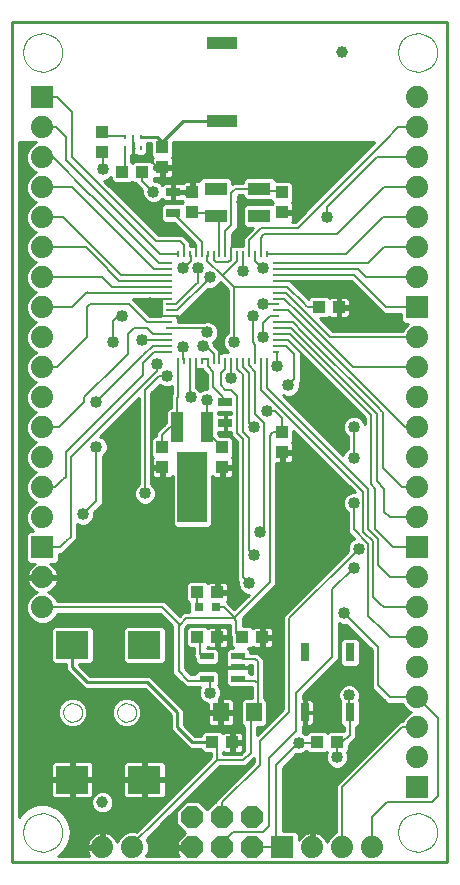
<source format=gtl>
G75*
G70*
%OFA0B0*%
%FSLAX24Y24*%
%IPPOS*%
%LPD*%
%AMOC8*
5,1,8,0,0,1.08239X$1,22.5*
%
%ADD10C,0.0100*%
%ADD11R,0.0098X0.0236*%
%ADD12R,0.0236X0.0098*%
%ADD13C,0.0000*%
%ADD14R,0.1102X0.0945*%
%ADD15C,0.0740*%
%ADD16R,0.0551X0.0630*%
%ADD17R,0.0433X0.0394*%
%ADD18R,0.0472X0.0217*%
%ADD19R,0.0394X0.0433*%
%ADD20R,0.0472X0.0315*%
%ADD21R,0.0748X0.0433*%
%ADD22R,0.0394X0.0984*%
%ADD23R,0.0984X0.2362*%
%ADD24R,0.0106X0.0157*%
%ADD25R,0.1000X0.0400*%
%ADD26R,0.0300X0.0600*%
%ADD27OC8,0.0740*%
%ADD28R,0.0740X0.0740*%
%ADD29C,0.0394*%
%ADD30R,0.0315X0.0315*%
%ADD31C,0.0080*%
%ADD32C,0.0400*%
D10*
X000498Y001022D02*
X014998Y001022D01*
X014998Y029022D01*
X000498Y029022D01*
X000498Y001022D01*
X000718Y002551D02*
X000718Y025022D01*
X001294Y025022D01*
X001192Y024980D01*
X001040Y024828D01*
X000958Y024630D01*
X000958Y024415D01*
X001040Y024216D01*
X001192Y024064D01*
X001294Y024022D01*
X001192Y023980D01*
X001040Y023828D01*
X000958Y023630D01*
X000958Y023415D01*
X001040Y023216D01*
X001192Y023064D01*
X001294Y023022D01*
X001192Y022980D01*
X001040Y022828D01*
X000958Y022630D01*
X000958Y022415D01*
X001040Y022216D01*
X001192Y022064D01*
X001294Y022022D01*
X001192Y021980D01*
X001040Y021828D01*
X000958Y021630D01*
X000958Y021415D01*
X001040Y021216D01*
X001192Y021064D01*
X001294Y021022D01*
X001192Y020980D01*
X001040Y020828D01*
X000958Y020630D01*
X000958Y020415D01*
X001040Y020216D01*
X001192Y020064D01*
X001294Y020022D01*
X001192Y019980D01*
X001040Y019828D01*
X000958Y019630D01*
X000958Y019415D01*
X001040Y019216D01*
X001192Y019064D01*
X001294Y019022D01*
X001192Y018980D01*
X001040Y018828D01*
X000958Y018630D01*
X000958Y018415D01*
X001040Y018216D01*
X001192Y018064D01*
X001294Y018022D01*
X001192Y017980D01*
X001040Y017828D01*
X000958Y017630D01*
X000958Y017415D01*
X001040Y017216D01*
X001192Y017064D01*
X001294Y017022D01*
X001192Y016980D01*
X001040Y016828D01*
X000958Y016630D01*
X000958Y016415D01*
X001040Y016216D01*
X001192Y016064D01*
X001294Y016022D01*
X001192Y015980D01*
X001040Y015828D01*
X000958Y015630D01*
X000958Y015415D01*
X001040Y015216D01*
X001192Y015064D01*
X001294Y015022D01*
X001192Y014980D01*
X001040Y014828D01*
X000958Y014630D01*
X000958Y014415D01*
X001040Y014216D01*
X001192Y014064D01*
X001294Y014022D01*
X001192Y013980D01*
X001040Y013828D01*
X000958Y013630D01*
X000958Y013415D01*
X001040Y013216D01*
X001192Y013064D01*
X001294Y013022D01*
X001192Y012980D01*
X001040Y012828D01*
X000958Y012630D01*
X000958Y012415D01*
X001040Y012216D01*
X001192Y012064D01*
X001197Y012062D01*
X001057Y012062D01*
X000958Y011963D01*
X000958Y011082D01*
X001057Y010982D01*
X001250Y010982D01*
X001203Y010963D01*
X001057Y010817D01*
X000978Y010626D01*
X000978Y010572D01*
X001448Y010572D01*
X001448Y010472D01*
X000978Y010472D01*
X000978Y010419D01*
X001057Y010228D01*
X001203Y010081D01*
X001320Y010033D01*
X001192Y009980D01*
X001040Y009828D01*
X000958Y009630D01*
X000958Y009415D01*
X001040Y009216D01*
X001192Y009064D01*
X001390Y008982D01*
X001605Y008982D01*
X001804Y009064D01*
X001956Y009216D01*
X001995Y009312D01*
X005411Y009312D01*
X005828Y008895D01*
X005828Y007489D01*
X005828Y007315D01*
X006148Y006995D01*
X006271Y006872D01*
X006677Y006872D01*
X006679Y006870D01*
X006708Y006870D01*
X006733Y006856D01*
X006752Y006862D01*
X006708Y006756D01*
X006708Y006609D01*
X006764Y006473D01*
X006868Y006369D01*
X007004Y006312D01*
X007021Y006312D01*
X007021Y006072D01*
X007396Y006072D01*
X007396Y005972D01*
X007021Y005972D01*
X007021Y005645D01*
X007109Y005557D01*
X007397Y005557D01*
X007397Y005972D01*
X007496Y005972D01*
X007496Y005557D01*
X007784Y005557D01*
X007872Y005645D01*
X007872Y005972D01*
X007497Y005972D01*
X007497Y006072D01*
X007872Y006072D01*
X007872Y006399D01*
X007784Y006487D01*
X007496Y006487D01*
X007496Y006072D01*
X007397Y006072D01*
X007397Y006485D01*
X007448Y006609D01*
X007448Y006756D01*
X007391Y006892D01*
X007353Y006930D01*
X007392Y006969D01*
X007392Y007327D01*
X007293Y007426D01*
X006679Y007426D01*
X006580Y007327D01*
X006580Y007292D01*
X006445Y007292D01*
X006248Y007489D01*
X006248Y008835D01*
X006278Y008865D01*
X006278Y008865D01*
X006365Y008952D01*
X007748Y008952D01*
X007748Y008754D01*
X007739Y008743D01*
X007748Y008669D01*
X007748Y008595D01*
X007758Y008585D01*
X007760Y008570D01*
X007777Y008557D01*
X007777Y008255D01*
X007857Y008174D01*
X007703Y008174D01*
X007603Y008075D01*
X007603Y007718D01*
X007626Y007695D01*
X007623Y007693D01*
X007623Y007526D01*
X008005Y007526D01*
X008005Y007518D01*
X007623Y007518D01*
X007623Y007352D01*
X007626Y007349D01*
X007603Y007327D01*
X007603Y006969D01*
X007703Y006870D01*
X008169Y006870D01*
X008210Y006855D01*
X008241Y006870D01*
X008316Y006870D01*
X008319Y006872D01*
X008468Y006872D01*
X008468Y006507D01*
X008203Y006507D01*
X008103Y006408D01*
X008103Y005637D01*
X008203Y005537D01*
X008228Y005537D01*
X008228Y004769D01*
X008111Y004652D01*
X007528Y004652D01*
X007528Y004701D01*
X007554Y004675D01*
X007784Y004675D01*
X007784Y004974D01*
X007881Y004974D01*
X007881Y005071D01*
X007784Y005071D01*
X007784Y005369D01*
X007554Y005369D01*
X007512Y005327D01*
X007450Y005389D01*
X006876Y005389D01*
X006777Y005289D01*
X006777Y005242D01*
X006589Y005242D01*
X006218Y005613D01*
X006218Y006113D01*
X006089Y006242D01*
X005089Y007242D01*
X004907Y007242D01*
X003089Y007242D01*
X002718Y007613D01*
X002718Y007624D01*
X003119Y007624D01*
X003219Y007723D01*
X003219Y008809D01*
X003119Y008909D01*
X001876Y008909D01*
X001777Y008809D01*
X001777Y007723D01*
X001876Y007624D01*
X002278Y007624D01*
X002278Y007613D01*
X002278Y007431D01*
X002778Y006931D01*
X002907Y006802D01*
X004907Y006802D01*
X005778Y005931D01*
X005778Y005613D01*
X005778Y005431D01*
X006278Y004931D01*
X006407Y004802D01*
X006777Y004802D01*
X006777Y004755D01*
X006876Y004655D01*
X007108Y004655D01*
X007108Y004529D01*
X005231Y002652D01*
X005231Y002652D01*
X004630Y002052D01*
X004605Y002062D01*
X004390Y002062D01*
X004192Y001980D01*
X004040Y001828D01*
X003987Y001700D01*
X003939Y001817D01*
X003792Y001963D01*
X003601Y002042D01*
X003548Y002042D01*
X003548Y001572D01*
X003448Y001572D01*
X003448Y001472D01*
X002978Y001472D01*
X002978Y001419D01*
X003051Y001242D01*
X002030Y001242D01*
X002229Y001409D01*
X002395Y001696D01*
X002452Y002022D01*
X002395Y002349D01*
X002229Y002636D01*
X001975Y002849D01*
X001664Y002962D01*
X001585Y002962D01*
X001498Y002962D01*
X001482Y002962D01*
X001411Y002962D01*
X001332Y002962D01*
X001021Y002849D01*
X000767Y002636D01*
X000767Y002636D01*
X000718Y002551D01*
X000718Y002639D02*
X000770Y002639D01*
X000767Y002636D02*
X000767Y002636D01*
X000718Y002737D02*
X000888Y002737D01*
X001005Y002836D02*
X000718Y002836D01*
X000718Y002934D02*
X001256Y002934D01*
X001332Y002962D02*
X001332Y002962D01*
X001740Y002934D02*
X003137Y002934D01*
X003131Y002949D02*
X003187Y002814D01*
X003290Y002711D01*
X003425Y002655D01*
X003571Y002655D01*
X003706Y002711D01*
X003809Y002814D01*
X003865Y002949D01*
X003865Y003095D01*
X003809Y003230D01*
X004212Y003230D01*
X004198Y003244D02*
X004286Y003156D01*
X004849Y003156D01*
X004849Y003728D01*
X004198Y003728D01*
X004198Y003244D01*
X004198Y003329D02*
X003710Y003329D01*
X003706Y003333D02*
X003571Y003389D01*
X003425Y003389D01*
X003290Y003333D01*
X003187Y003230D01*
X003185Y003230D01*
X003187Y003230D02*
X003131Y003095D01*
X003131Y002949D01*
X003131Y003033D02*
X000718Y003033D01*
X000718Y003131D02*
X003146Y003131D01*
X003111Y003156D02*
X003199Y003244D01*
X003199Y003728D01*
X002548Y003728D01*
X002548Y003828D01*
X003199Y003828D01*
X003199Y004313D01*
X003111Y004401D01*
X002548Y004401D01*
X002548Y003828D01*
X002448Y003828D01*
X002448Y004401D01*
X001884Y004401D01*
X001797Y004313D01*
X001797Y003828D01*
X002448Y003828D01*
X002448Y003728D01*
X002548Y003728D01*
X002548Y003156D01*
X003111Y003156D01*
X003199Y003329D02*
X003285Y003329D01*
X003199Y003427D02*
X004198Y003427D01*
X004198Y003526D02*
X003199Y003526D01*
X003199Y003624D02*
X004198Y003624D01*
X004198Y003723D02*
X003199Y003723D01*
X003199Y003920D02*
X004198Y003920D01*
X004198Y003828D02*
X004849Y003828D01*
X004849Y003728D01*
X004949Y003728D01*
X004949Y003156D01*
X005513Y003156D01*
X005601Y003244D01*
X005601Y003728D01*
X004949Y003728D01*
X004949Y003828D01*
X004849Y003828D01*
X004849Y004401D01*
X004286Y004401D01*
X004198Y004313D01*
X004198Y003828D01*
X004198Y004018D02*
X003199Y004018D01*
X003199Y004117D02*
X004198Y004117D01*
X004198Y004215D02*
X003199Y004215D01*
X003198Y004314D02*
X004199Y004314D01*
X003706Y003333D02*
X003809Y003230D01*
X003850Y003131D02*
X005710Y003131D01*
X005612Y003033D02*
X003865Y003033D01*
X003858Y002934D02*
X005513Y002934D01*
X005414Y002836D02*
X003818Y002836D01*
X003732Y002737D02*
X005316Y002737D01*
X005217Y002639D02*
X002225Y002639D01*
X002284Y002540D02*
X005119Y002540D01*
X005020Y002442D02*
X002341Y002442D01*
X002395Y002349D02*
X002395Y002349D01*
X002396Y002343D02*
X004922Y002343D01*
X004823Y002245D02*
X002413Y002245D01*
X002430Y002146D02*
X004725Y002146D01*
X005023Y001850D02*
X006091Y001850D01*
X005992Y001752D02*
X004987Y001752D01*
X004969Y001796D02*
X005528Y002355D01*
X005528Y002355D01*
X007405Y004232D01*
X008111Y004232D01*
X008285Y004232D01*
X008525Y004472D01*
X008548Y004495D01*
X008548Y004369D01*
X007411Y003232D01*
X007288Y003109D01*
X007288Y003062D01*
X007274Y003062D01*
X006998Y002786D01*
X006721Y003062D01*
X006274Y003062D01*
X005958Y002746D01*
X005958Y002299D01*
X006248Y002008D01*
X005978Y001738D01*
X005978Y001572D01*
X006448Y001572D01*
X006448Y001472D01*
X005978Y001472D01*
X005978Y001307D01*
X006042Y001242D01*
X004966Y001242D01*
X005038Y001415D01*
X005038Y001630D01*
X004969Y001796D01*
X005028Y001653D02*
X005978Y001653D01*
X005978Y001456D02*
X005038Y001456D01*
X005038Y001555D02*
X006448Y001555D01*
X006189Y001949D02*
X005121Y001949D01*
X005220Y002047D02*
X006209Y002047D01*
X006110Y002146D02*
X005319Y002146D01*
X005417Y002245D02*
X006012Y002245D01*
X005958Y002343D02*
X005516Y002343D01*
X005614Y002442D02*
X005958Y002442D01*
X005958Y002540D02*
X005713Y002540D01*
X005811Y002639D02*
X005958Y002639D01*
X005958Y002737D02*
X005910Y002737D01*
X006008Y002836D02*
X006048Y002836D01*
X006107Y002934D02*
X006146Y002934D01*
X006205Y003033D02*
X006245Y003033D01*
X006304Y003131D02*
X007310Y003131D01*
X007245Y003033D02*
X006751Y003033D01*
X006849Y002934D02*
X007146Y002934D01*
X007048Y002836D02*
X006948Y002836D01*
X006600Y003427D02*
X007606Y003427D01*
X007704Y003526D02*
X006698Y003526D01*
X006797Y003624D02*
X007803Y003624D01*
X007901Y003723D02*
X006895Y003723D01*
X006994Y003821D02*
X008000Y003821D01*
X008098Y003920D02*
X007092Y003920D01*
X007191Y004018D02*
X008197Y004018D01*
X008296Y004117D02*
X007289Y004117D01*
X007388Y004215D02*
X008394Y004215D01*
X008367Y004314D02*
X008493Y004314D01*
X008465Y004413D02*
X008548Y004413D01*
X008228Y004807D02*
X008199Y004807D01*
X008199Y004763D02*
X008199Y004974D01*
X007881Y004974D01*
X007881Y004675D01*
X008111Y004675D01*
X008199Y004763D01*
X008167Y004708D02*
X008144Y004708D01*
X008199Y004905D02*
X008228Y004905D01*
X008228Y005004D02*
X007881Y005004D01*
X007881Y005071D02*
X008199Y005071D01*
X008199Y005281D01*
X008111Y005369D01*
X007881Y005369D01*
X007881Y005071D01*
X007881Y005102D02*
X007784Y005102D01*
X007784Y005201D02*
X007881Y005201D01*
X007881Y005299D02*
X007784Y005299D01*
X007822Y005595D02*
X008145Y005595D01*
X008103Y005694D02*
X007872Y005694D01*
X007872Y005792D02*
X008103Y005792D01*
X008103Y005891D02*
X007872Y005891D01*
X007872Y006088D02*
X008103Y006088D01*
X008103Y006186D02*
X007872Y006186D01*
X007872Y006285D02*
X008103Y006285D01*
X008103Y006383D02*
X007872Y006383D01*
X007790Y006482D02*
X008178Y006482D01*
X008468Y006580D02*
X007436Y006580D01*
X007448Y006679D02*
X008468Y006679D01*
X008468Y006778D02*
X007439Y006778D01*
X007398Y006876D02*
X007697Y006876D01*
X007603Y006975D02*
X007392Y006975D01*
X007392Y007073D02*
X007603Y007073D01*
X007603Y007172D02*
X007392Y007172D01*
X007392Y007270D02*
X007603Y007270D01*
X007623Y007369D02*
X007350Y007369D01*
X007293Y007618D02*
X007392Y007718D01*
X007392Y008075D01*
X007293Y008174D01*
X006969Y008174D01*
X007012Y008217D01*
X007054Y008175D01*
X007284Y008175D01*
X007284Y008474D01*
X007381Y008474D01*
X007381Y008571D01*
X007284Y008571D01*
X007284Y008869D01*
X007054Y008869D01*
X007012Y008827D01*
X006950Y008889D01*
X006376Y008889D01*
X006277Y008789D01*
X006277Y008255D01*
X006376Y008155D01*
X006548Y008155D01*
X006548Y007992D01*
X006532Y007937D01*
X006548Y007908D01*
X006548Y007875D01*
X006580Y007843D01*
X006580Y007718D01*
X006679Y007618D01*
X007293Y007618D01*
X007339Y007664D02*
X007623Y007664D01*
X007623Y007566D02*
X006248Y007566D01*
X006248Y007664D02*
X006633Y007664D01*
X006580Y007763D02*
X006248Y007763D01*
X006248Y007862D02*
X006561Y007862D01*
X006539Y007960D02*
X006248Y007960D01*
X006248Y008059D02*
X006548Y008059D01*
X006374Y008157D02*
X006248Y008157D01*
X006248Y008256D02*
X006277Y008256D01*
X006277Y008354D02*
X006248Y008354D01*
X006248Y008453D02*
X006277Y008453D01*
X006277Y008551D02*
X006248Y008551D01*
X006248Y008650D02*
X006277Y008650D01*
X006277Y008748D02*
X006248Y008748D01*
X006260Y008847D02*
X006334Y008847D01*
X006358Y008946D02*
X007748Y008946D01*
X007748Y008847D02*
X007633Y008847D01*
X007611Y008869D02*
X007699Y008781D01*
X007699Y008571D01*
X007381Y008571D01*
X007381Y008869D01*
X007611Y008869D01*
X007699Y008748D02*
X007743Y008748D01*
X007748Y008650D02*
X007699Y008650D01*
X007777Y008551D02*
X007381Y008551D01*
X007381Y008474D02*
X007699Y008474D01*
X007699Y008263D01*
X007611Y008175D01*
X007381Y008175D01*
X007381Y008474D01*
X007381Y008453D02*
X007284Y008453D01*
X007284Y008354D02*
X007381Y008354D01*
X007381Y008256D02*
X007284Y008256D01*
X007310Y008157D02*
X007686Y008157D01*
X007691Y008256D02*
X007777Y008256D01*
X007777Y008354D02*
X007699Y008354D01*
X007699Y008453D02*
X007777Y008453D01*
X007603Y008059D02*
X007392Y008059D01*
X007392Y007960D02*
X007603Y007960D01*
X007603Y007862D02*
X007392Y007862D01*
X007392Y007763D02*
X007603Y007763D01*
X007623Y007467D02*
X006270Y007467D01*
X006368Y007369D02*
X006622Y007369D01*
X006717Y006778D02*
X005554Y006778D01*
X005652Y006679D02*
X006708Y006679D01*
X006719Y006580D02*
X005751Y006580D01*
X005849Y006482D02*
X006760Y006482D01*
X006853Y006383D02*
X005948Y006383D01*
X006046Y006285D02*
X007021Y006285D01*
X007021Y006186D02*
X006145Y006186D01*
X006218Y006088D02*
X007021Y006088D01*
X007021Y005891D02*
X006218Y005891D01*
X006218Y005989D02*
X007396Y005989D01*
X007397Y005891D02*
X007496Y005891D01*
X007497Y005989D02*
X008103Y005989D01*
X008228Y005496D02*
X006335Y005496D01*
X006433Y005398D02*
X008228Y005398D01*
X008228Y005299D02*
X008181Y005299D01*
X008199Y005201D02*
X008228Y005201D01*
X008228Y005102D02*
X008199Y005102D01*
X007881Y004905D02*
X007784Y004905D01*
X007784Y004807D02*
X007881Y004807D01*
X007881Y004708D02*
X007784Y004708D01*
X007496Y005595D02*
X007397Y005595D01*
X007397Y005694D02*
X007496Y005694D01*
X007496Y005792D02*
X007397Y005792D01*
X007397Y006088D02*
X007496Y006088D01*
X007496Y006186D02*
X007397Y006186D01*
X007397Y006285D02*
X007496Y006285D01*
X007496Y006383D02*
X007397Y006383D01*
X007397Y006482D02*
X007496Y006482D01*
X007021Y005792D02*
X006218Y005792D01*
X006218Y005694D02*
X007021Y005694D01*
X007071Y005595D02*
X006236Y005595D01*
X005998Y005522D02*
X006498Y005022D01*
X007163Y005022D01*
X007108Y004610D02*
X000718Y004610D01*
X000718Y004708D02*
X006823Y004708D01*
X006991Y004413D02*
X000718Y004413D01*
X000718Y004511D02*
X007090Y004511D01*
X006893Y004314D02*
X005599Y004314D01*
X005601Y004313D02*
X005513Y004401D01*
X004949Y004401D01*
X004949Y003828D01*
X005601Y003828D01*
X005601Y004313D01*
X005601Y004215D02*
X006794Y004215D01*
X006696Y004117D02*
X005601Y004117D01*
X005601Y004018D02*
X006597Y004018D01*
X006498Y003920D02*
X005601Y003920D01*
X005601Y003723D02*
X006301Y003723D01*
X006203Y003624D02*
X005601Y003624D01*
X005601Y003526D02*
X006104Y003526D01*
X006006Y003427D02*
X005601Y003427D01*
X005601Y003329D02*
X005907Y003329D01*
X005809Y003230D02*
X005587Y003230D01*
X004949Y003230D02*
X004849Y003230D01*
X004849Y003329D02*
X004949Y003329D01*
X004949Y003427D02*
X004849Y003427D01*
X004849Y003526D02*
X004949Y003526D01*
X004949Y003624D02*
X004849Y003624D01*
X004849Y003723D02*
X004949Y003723D01*
X004949Y003821D02*
X006400Y003821D01*
X006501Y003329D02*
X007507Y003329D01*
X007409Y003230D02*
X006403Y003230D01*
X006402Y004807D02*
X000718Y004807D01*
X000718Y004905D02*
X006304Y004905D01*
X006205Y005004D02*
X000718Y005004D01*
X000718Y005102D02*
X006107Y005102D01*
X006008Y005201D02*
X000718Y005201D01*
X000718Y005299D02*
X005909Y005299D01*
X005811Y005398D02*
X000718Y005398D01*
X000718Y005496D02*
X005778Y005496D01*
X005778Y005595D02*
X004534Y005595D01*
X004572Y005611D02*
X004394Y005537D01*
X004201Y005537D01*
X004023Y005611D01*
X003887Y005747D01*
X003813Y005926D01*
X003813Y006119D01*
X003887Y006297D01*
X004023Y006433D01*
X004201Y006507D01*
X004394Y006507D01*
X004572Y006433D01*
X004709Y006297D01*
X004783Y006119D01*
X004783Y005926D01*
X004709Y005747D01*
X004572Y005611D01*
X004655Y005694D02*
X005778Y005694D01*
X005778Y005792D02*
X004727Y005792D01*
X004768Y005891D02*
X005778Y005891D01*
X005720Y005989D02*
X004783Y005989D01*
X004783Y006088D02*
X005621Y006088D01*
X005523Y006186D02*
X004755Y006186D01*
X004714Y006285D02*
X005424Y006285D01*
X005325Y006383D02*
X004622Y006383D01*
X004455Y006482D02*
X005227Y006482D01*
X005128Y006580D02*
X000718Y006580D01*
X000718Y006482D02*
X002340Y006482D01*
X002401Y006507D02*
X002223Y006433D01*
X002087Y006297D01*
X002013Y006119D01*
X002013Y005926D01*
X002087Y005747D01*
X002223Y005611D01*
X002401Y005537D01*
X002594Y005537D01*
X002772Y005611D01*
X002909Y005747D01*
X002983Y005926D01*
X002983Y006119D01*
X002909Y006297D01*
X002772Y006433D01*
X002594Y006507D01*
X002401Y006507D01*
X002173Y006383D02*
X000718Y006383D01*
X000718Y006285D02*
X002082Y006285D01*
X002041Y006186D02*
X000718Y006186D01*
X000718Y006088D02*
X002013Y006088D01*
X002013Y005989D02*
X000718Y005989D01*
X000718Y005891D02*
X002027Y005891D01*
X002068Y005792D02*
X000718Y005792D01*
X000718Y005694D02*
X002141Y005694D01*
X002262Y005595D02*
X000718Y005595D01*
X000718Y006679D02*
X005030Y006679D01*
X004931Y006778D02*
X000718Y006778D01*
X000718Y006876D02*
X002833Y006876D01*
X002734Y006975D02*
X000718Y006975D01*
X000718Y007073D02*
X002636Y007073D01*
X002537Y007172D02*
X000718Y007172D01*
X000718Y007270D02*
X002439Y007270D01*
X002340Y007369D02*
X000718Y007369D01*
X000718Y007467D02*
X002278Y007467D01*
X002278Y007566D02*
X000718Y007566D01*
X000718Y007664D02*
X001836Y007664D01*
X001777Y007763D02*
X000718Y007763D01*
X000718Y007862D02*
X001777Y007862D01*
X001777Y007960D02*
X000718Y007960D01*
X000718Y008059D02*
X001777Y008059D01*
X001777Y008157D02*
X000718Y008157D01*
X000718Y008256D02*
X001777Y008256D01*
X001777Y008354D02*
X000718Y008354D01*
X000718Y008453D02*
X001777Y008453D01*
X001777Y008551D02*
X000718Y008551D01*
X000718Y008650D02*
X001777Y008650D01*
X001777Y008748D02*
X000718Y008748D01*
X000718Y008847D02*
X001814Y008847D01*
X001754Y009044D02*
X005679Y009044D01*
X005777Y008946D02*
X000718Y008946D01*
X000718Y009044D02*
X001241Y009044D01*
X001114Y009143D02*
X000718Y009143D01*
X000718Y009241D02*
X001030Y009241D01*
X000989Y009340D02*
X000718Y009340D01*
X000718Y009438D02*
X000958Y009438D01*
X000958Y009537D02*
X000718Y009537D01*
X000718Y009635D02*
X000960Y009635D01*
X001001Y009734D02*
X000718Y009734D01*
X000718Y009832D02*
X001044Y009832D01*
X001143Y009931D02*
X000718Y009931D01*
X000718Y010029D02*
X001311Y010029D01*
X001157Y010128D02*
X000718Y010128D01*
X000718Y010227D02*
X001058Y010227D01*
X001017Y010325D02*
X000718Y010325D01*
X000718Y010424D02*
X000978Y010424D01*
X000978Y010621D02*
X000718Y010621D01*
X000718Y010719D02*
X001017Y010719D01*
X001058Y010818D02*
X000718Y010818D01*
X000718Y010916D02*
X001157Y010916D01*
X001025Y011015D02*
X000718Y011015D01*
X000718Y011113D02*
X000958Y011113D01*
X000958Y011212D02*
X000718Y011212D01*
X000718Y011311D02*
X000958Y011311D01*
X000958Y011409D02*
X000718Y011409D01*
X000718Y011508D02*
X000958Y011508D01*
X000958Y011606D02*
X000718Y011606D01*
X000718Y011705D02*
X000958Y011705D01*
X000958Y011803D02*
X000718Y011803D01*
X000718Y011902D02*
X000958Y011902D01*
X000996Y012000D02*
X000718Y012000D01*
X000718Y012099D02*
X001157Y012099D01*
X001059Y012197D02*
X000718Y012197D01*
X000718Y012296D02*
X001007Y012296D01*
X000966Y012395D02*
X000718Y012395D01*
X000718Y012493D02*
X000958Y012493D01*
X000958Y012592D02*
X000718Y012592D01*
X000718Y012690D02*
X000983Y012690D01*
X001024Y012789D02*
X000718Y012789D01*
X000718Y012887D02*
X001099Y012887D01*
X001206Y012986D02*
X000718Y012986D01*
X000718Y013084D02*
X001172Y013084D01*
X001073Y013183D02*
X000718Y013183D01*
X000718Y013281D02*
X001013Y013281D01*
X000972Y013380D02*
X000718Y013380D01*
X000718Y013479D02*
X000958Y013479D01*
X000958Y013577D02*
X000718Y013577D01*
X000718Y013676D02*
X000977Y013676D01*
X001018Y013774D02*
X000718Y013774D01*
X000718Y013873D02*
X001085Y013873D01*
X001183Y013971D02*
X000718Y013971D01*
X000718Y014070D02*
X001187Y014070D01*
X001088Y014168D02*
X000718Y014168D01*
X000718Y014267D02*
X001019Y014267D01*
X000978Y014365D02*
X000718Y014365D01*
X000718Y014464D02*
X000958Y014464D01*
X000958Y014562D02*
X000718Y014562D01*
X000718Y014661D02*
X000971Y014661D01*
X001012Y014760D02*
X000718Y014760D01*
X000718Y014858D02*
X001070Y014858D01*
X001169Y014957D02*
X000718Y014957D01*
X000718Y015055D02*
X001214Y015055D01*
X001103Y015154D02*
X000718Y015154D01*
X000718Y015252D02*
X001025Y015252D01*
X000984Y015351D02*
X000718Y015351D01*
X000718Y015449D02*
X000958Y015449D01*
X000958Y015548D02*
X000718Y015548D01*
X000718Y015646D02*
X000965Y015646D01*
X001006Y015745D02*
X000718Y015745D01*
X000718Y015844D02*
X001055Y015844D01*
X001154Y015942D02*
X000718Y015942D01*
X000718Y016041D02*
X001249Y016041D01*
X001117Y016139D02*
X000718Y016139D01*
X000718Y016238D02*
X001031Y016238D01*
X000990Y016336D02*
X000718Y016336D01*
X000718Y016435D02*
X000958Y016435D01*
X000958Y016533D02*
X000718Y016533D01*
X000718Y016632D02*
X000959Y016632D01*
X001000Y016730D02*
X000718Y016730D01*
X000718Y016829D02*
X001041Y016829D01*
X001139Y016928D02*
X000718Y016928D01*
X000718Y017026D02*
X001284Y017026D01*
X001132Y017125D02*
X000718Y017125D01*
X000718Y017223D02*
X001037Y017223D01*
X000996Y017322D02*
X000718Y017322D01*
X000718Y017420D02*
X000958Y017420D01*
X000958Y017519D02*
X000718Y017519D01*
X000718Y017617D02*
X000958Y017617D01*
X000994Y017716D02*
X000718Y017716D01*
X000718Y017814D02*
X001034Y017814D01*
X001125Y017913D02*
X000718Y017913D01*
X000718Y018011D02*
X001268Y018011D01*
X001146Y018110D02*
X000718Y018110D01*
X000718Y018209D02*
X001048Y018209D01*
X001002Y018307D02*
X000718Y018307D01*
X000718Y018406D02*
X000962Y018406D01*
X000958Y018504D02*
X000718Y018504D01*
X000718Y018603D02*
X000958Y018603D01*
X000988Y018701D02*
X000718Y018701D01*
X000718Y018800D02*
X001028Y018800D01*
X001110Y018898D02*
X000718Y018898D01*
X000718Y018997D02*
X001233Y018997D01*
X001161Y019095D02*
X000718Y019095D01*
X000718Y019194D02*
X001062Y019194D01*
X001008Y019293D02*
X000718Y019293D01*
X000718Y019391D02*
X000968Y019391D01*
X000958Y019490D02*
X000718Y019490D01*
X000718Y019588D02*
X000958Y019588D01*
X000981Y019687D02*
X000718Y019687D01*
X000718Y019785D02*
X001022Y019785D01*
X001096Y019884D02*
X000718Y019884D01*
X000718Y019982D02*
X001198Y019982D01*
X001175Y020081D02*
X000718Y020081D01*
X000718Y020179D02*
X001077Y020179D01*
X001014Y020278D02*
X000718Y020278D01*
X000718Y020377D02*
X000974Y020377D01*
X000958Y020475D02*
X000718Y020475D01*
X000718Y020574D02*
X000958Y020574D01*
X000975Y020672D02*
X000718Y020672D01*
X000718Y020771D02*
X001016Y020771D01*
X001081Y020869D02*
X000718Y020869D01*
X000718Y020968D02*
X001180Y020968D01*
X001190Y021066D02*
X000718Y021066D01*
X000718Y021165D02*
X001091Y021165D01*
X001020Y021263D02*
X000718Y021263D01*
X000718Y021362D02*
X000980Y021362D01*
X000958Y021461D02*
X000718Y021461D01*
X000718Y021559D02*
X000958Y021559D01*
X000969Y021658D02*
X000718Y021658D01*
X000718Y021756D02*
X001010Y021756D01*
X001067Y021855D02*
X000718Y021855D01*
X000718Y021953D02*
X001165Y021953D01*
X001222Y022052D02*
X000718Y022052D01*
X000718Y022150D02*
X001106Y022150D01*
X001026Y022249D02*
X000718Y022249D01*
X000718Y022347D02*
X000986Y022347D01*
X000958Y022446D02*
X000718Y022446D01*
X000718Y022544D02*
X000958Y022544D01*
X000963Y022643D02*
X000718Y022643D01*
X000718Y022742D02*
X001004Y022742D01*
X001052Y022840D02*
X000718Y022840D01*
X000718Y022939D02*
X001151Y022939D01*
X001258Y023037D02*
X000718Y023037D01*
X000718Y023136D02*
X001121Y023136D01*
X001033Y023234D02*
X000718Y023234D01*
X000718Y023333D02*
X000992Y023333D01*
X000958Y023431D02*
X000718Y023431D01*
X000718Y023530D02*
X000958Y023530D01*
X000958Y023628D02*
X000718Y023628D01*
X000718Y023727D02*
X000998Y023727D01*
X001039Y023826D02*
X000718Y023826D01*
X000718Y023924D02*
X001136Y023924D01*
X001293Y024023D02*
X000718Y024023D01*
X000718Y024121D02*
X001135Y024121D01*
X001039Y024220D02*
X000718Y024220D01*
X000718Y024318D02*
X000998Y024318D01*
X000958Y024417D02*
X000718Y024417D01*
X000718Y024515D02*
X000958Y024515D01*
X000958Y024614D02*
X000718Y024614D01*
X000718Y024712D02*
X000992Y024712D01*
X001033Y024811D02*
X000718Y024811D01*
X000718Y024910D02*
X001121Y024910D01*
X001260Y025008D02*
X000718Y025008D01*
X003565Y023752D02*
X003591Y023752D01*
X003727Y023809D01*
X003777Y023858D01*
X003777Y023755D01*
X003876Y023655D01*
X004450Y023655D01*
X004498Y023703D01*
X004545Y023655D01*
X004622Y023655D01*
X004622Y023651D01*
X004828Y023445D01*
X004828Y023299D01*
X004884Y023163D01*
X004988Y023059D01*
X005124Y023002D01*
X005271Y023002D01*
X005407Y023059D01*
X005484Y023135D01*
X005549Y023069D01*
X005819Y023069D01*
X005819Y023348D01*
X005877Y023348D01*
X005877Y023405D01*
X006234Y023405D01*
X006449Y023405D01*
X006449Y023308D01*
X006234Y023308D01*
X006234Y023348D01*
X005877Y023348D01*
X005877Y023069D01*
X006146Y023069D01*
X006153Y023076D01*
X006193Y023036D01*
X006152Y022995D01*
X005541Y022995D01*
X005442Y022896D01*
X005442Y022440D01*
X005541Y022340D01*
X005883Y022340D01*
X006461Y021762D01*
X006511Y021712D01*
X006599Y021624D01*
X006599Y021562D01*
X006555Y021562D01*
X006535Y021582D01*
X006428Y021582D01*
X006428Y021689D01*
X006308Y021809D01*
X006185Y021932D01*
X005385Y021932D01*
X005135Y022182D01*
X005085Y022232D01*
X003565Y023752D01*
X003590Y023727D02*
X003805Y023727D01*
X003777Y023826D02*
X003744Y023826D01*
X003688Y023628D02*
X004645Y023628D01*
X004743Y023530D02*
X003787Y023530D01*
X003886Y023431D02*
X004828Y023431D01*
X004828Y023333D02*
X003984Y023333D01*
X004083Y023234D02*
X004854Y023234D01*
X004911Y023136D02*
X004181Y023136D01*
X004280Y023037D02*
X005040Y023037D01*
X005356Y023037D02*
X006192Y023037D01*
X006234Y023333D02*
X006449Y023333D01*
X006449Y023406D02*
X006449Y023723D01*
X006239Y023723D01*
X006173Y023657D01*
X006146Y023684D01*
X005877Y023684D01*
X005877Y023406D01*
X005819Y023406D01*
X005819Y023684D01*
X005549Y023684D01*
X005479Y023614D01*
X005407Y023686D01*
X005271Y023742D01*
X005206Y023742D01*
X005219Y023755D01*
X005219Y023841D01*
X005239Y023821D01*
X005449Y023821D01*
X005449Y024139D01*
X005219Y024139D01*
X005219Y024236D01*
X005449Y024236D01*
X005449Y024139D01*
X005546Y024139D01*
X005546Y023821D01*
X005757Y023821D01*
X005845Y023909D01*
X005845Y024139D01*
X005546Y024139D01*
X005546Y024236D01*
X005845Y024236D01*
X005845Y024466D01*
X005803Y024508D01*
X005865Y024570D01*
X005865Y025022D01*
X012561Y025022D01*
X009951Y022412D01*
X009921Y022382D01*
X009861Y022382D01*
X009818Y022382D01*
X009845Y022409D01*
X009845Y022639D01*
X009546Y022639D01*
X009546Y022736D01*
X009845Y022736D01*
X009845Y022966D01*
X009803Y023008D01*
X009865Y023070D01*
X009865Y023644D01*
X009765Y023743D01*
X009270Y023743D01*
X009270Y023762D01*
X009171Y023861D01*
X008282Y023861D01*
X008182Y023762D01*
X008182Y023682D01*
X008035Y023682D01*
X007861Y023682D01*
X007813Y023635D01*
X007813Y023762D01*
X007714Y023861D01*
X006825Y023861D01*
X006725Y023762D01*
X006725Y023723D01*
X006546Y023723D01*
X006546Y023406D01*
X006449Y023406D01*
X006449Y023431D02*
X006546Y023431D01*
X006546Y023530D02*
X006449Y023530D01*
X006449Y023628D02*
X006546Y023628D01*
X006725Y023727D02*
X005308Y023727D01*
X005234Y023826D02*
X005219Y023826D01*
X005449Y023826D02*
X005546Y023826D01*
X005546Y023924D02*
X005449Y023924D01*
X005449Y024023D02*
X005546Y024023D01*
X005546Y024121D02*
X005449Y024121D01*
X005449Y024220D02*
X005219Y024220D01*
X005151Y024357D02*
X005119Y024389D01*
X004545Y024389D01*
X004498Y024341D01*
X004450Y024389D01*
X004448Y024389D01*
X004448Y024597D01*
X004517Y024597D01*
X004517Y024825D01*
X004518Y024825D01*
X004518Y024826D01*
X004517Y024826D01*
X004517Y025022D01*
X004518Y025022D01*
X004518Y024826D01*
X004550Y024826D01*
X004550Y024825D01*
X004518Y024825D01*
X004518Y024597D01*
X004630Y024597D01*
X004650Y024577D01*
X004897Y024577D01*
X004996Y024676D01*
X004996Y024974D01*
X004972Y024999D01*
X005131Y024999D01*
X005131Y024570D01*
X005193Y024508D01*
X005151Y024466D01*
X005151Y024357D01*
X005151Y024417D02*
X004448Y024417D01*
X004448Y024515D02*
X005185Y024515D01*
X005131Y024614D02*
X004934Y024614D01*
X004996Y024712D02*
X005131Y024712D01*
X005131Y024811D02*
X004996Y024811D01*
X004996Y024910D02*
X005131Y024910D01*
X005301Y025219D02*
X005498Y025022D01*
X006198Y025722D01*
X007498Y025722D01*
X007750Y023826D02*
X008246Y023826D01*
X008182Y023727D02*
X007813Y023727D01*
X008035Y023262D02*
X008182Y023262D01*
X008182Y023188D01*
X008282Y023088D01*
X009131Y023088D01*
X009131Y023070D01*
X009193Y023008D01*
X009151Y022966D01*
X009151Y022956D01*
X008282Y022956D01*
X008182Y022856D01*
X008182Y022282D01*
X008282Y022183D01*
X008512Y022183D01*
X008174Y021845D01*
X008174Y021671D01*
X008174Y021582D01*
X008110Y021582D01*
X007870Y021582D01*
X007850Y021562D01*
X007806Y021562D01*
X007806Y021634D01*
X007806Y021984D01*
X007835Y022012D01*
X007885Y022062D01*
X008008Y022185D01*
X008008Y023035D01*
X008008Y023235D01*
X008035Y023262D01*
X008008Y023234D02*
X008182Y023234D01*
X008234Y023136D02*
X008008Y023136D01*
X008008Y023037D02*
X009164Y023037D01*
X009546Y022643D02*
X010182Y022643D01*
X010280Y022742D02*
X009845Y022742D01*
X009845Y022840D02*
X010379Y022840D01*
X010477Y022939D02*
X009845Y022939D01*
X009832Y023037D02*
X010576Y023037D01*
X010674Y023136D02*
X009865Y023136D01*
X009865Y023234D02*
X010773Y023234D01*
X010871Y023333D02*
X009865Y023333D01*
X009865Y023431D02*
X010970Y023431D01*
X011069Y023530D02*
X009865Y023530D01*
X009865Y023628D02*
X011167Y023628D01*
X011266Y023727D02*
X009781Y023727D01*
X009206Y023826D02*
X011364Y023826D01*
X011463Y023924D02*
X005845Y023924D01*
X005845Y024023D02*
X011561Y024023D01*
X011660Y024121D02*
X005845Y024121D01*
X005845Y024318D02*
X011857Y024318D01*
X011758Y024220D02*
X005546Y024220D01*
X005761Y023826D02*
X006789Y023826D01*
X005974Y022249D02*
X005068Y022249D01*
X004970Y022347D02*
X005534Y022347D01*
X005442Y022446D02*
X004871Y022446D01*
X004772Y022544D02*
X005442Y022544D01*
X005442Y022643D02*
X004674Y022643D01*
X004575Y022742D02*
X005442Y022742D01*
X005442Y022840D02*
X004477Y022840D01*
X004378Y022939D02*
X005484Y022939D01*
X005819Y023136D02*
X005877Y023136D01*
X005877Y023234D02*
X005819Y023234D01*
X005819Y023333D02*
X005877Y023333D01*
X005877Y023431D02*
X005819Y023431D01*
X005819Y023530D02*
X005877Y023530D01*
X005877Y023628D02*
X005819Y023628D01*
X005494Y023628D02*
X005465Y023628D01*
X005845Y024417D02*
X011955Y024417D01*
X012054Y024515D02*
X005810Y024515D01*
X005865Y024614D02*
X012153Y024614D01*
X012251Y024712D02*
X005865Y024712D01*
X005865Y024811D02*
X012350Y024811D01*
X012448Y024910D02*
X005865Y024910D01*
X005865Y025008D02*
X012547Y025008D01*
X010083Y022544D02*
X009845Y022544D01*
X009845Y022446D02*
X009985Y022446D01*
X009775Y020392D02*
X011791Y020392D01*
X012548Y019635D01*
X012748Y019435D01*
X012871Y019312D01*
X013458Y019312D01*
X013458Y019082D01*
X013557Y018982D01*
X013697Y018982D01*
X013692Y018980D01*
X013540Y018828D01*
X013500Y018732D01*
X012185Y018732D01*
X011985Y018732D01*
X011185Y018732D01*
X010762Y019155D01*
X011000Y019155D01*
X011062Y019217D01*
X011104Y019175D01*
X011334Y019175D01*
X011334Y019474D01*
X011431Y019474D01*
X011431Y019571D01*
X011334Y019571D01*
X011334Y019869D01*
X011104Y019869D01*
X011062Y019827D01*
X011000Y019889D01*
X010426Y019889D01*
X010352Y019815D01*
X010335Y019832D01*
X009775Y020392D01*
X009790Y020377D02*
X011806Y020377D01*
X011905Y020278D02*
X009889Y020278D01*
X009987Y020179D02*
X012004Y020179D01*
X012102Y020081D02*
X010086Y020081D01*
X010185Y019982D02*
X012201Y019982D01*
X012299Y019884D02*
X011005Y019884D01*
X011334Y019785D02*
X011431Y019785D01*
X011431Y019869D02*
X011431Y019571D01*
X011749Y019571D01*
X011749Y019781D01*
X011661Y019869D01*
X011431Y019869D01*
X011431Y019687D02*
X011334Y019687D01*
X011334Y019588D02*
X011431Y019588D01*
X011431Y019490D02*
X012693Y019490D01*
X012595Y019588D02*
X011749Y019588D01*
X011749Y019687D02*
X012496Y019687D01*
X012398Y019785D02*
X011745Y019785D01*
X011749Y019474D02*
X011431Y019474D01*
X011431Y019175D01*
X011661Y019175D01*
X011749Y019263D01*
X011749Y019474D01*
X011749Y019391D02*
X012792Y019391D01*
X013458Y019293D02*
X011749Y019293D01*
X011680Y019194D02*
X013458Y019194D01*
X013458Y019095D02*
X010821Y019095D01*
X010920Y018997D02*
X013543Y018997D01*
X013610Y018898D02*
X011019Y018898D01*
X011117Y018800D02*
X013528Y018800D01*
X011934Y016139D02*
X009978Y016139D01*
X010076Y016041D02*
X012032Y016041D01*
X012131Y015942D02*
X010175Y015942D01*
X010273Y015844D02*
X011656Y015844D01*
X011668Y015856D02*
X011564Y015752D01*
X011508Y015616D01*
X011508Y015469D01*
X011564Y015333D01*
X011668Y015229D01*
X011668Y014805D01*
X011564Y014702D01*
X011521Y014596D01*
X009523Y016594D01*
X009624Y016552D01*
X009771Y016552D01*
X009907Y016609D01*
X010011Y016713D01*
X010068Y016849D01*
X010068Y016995D01*
X010108Y017035D01*
X010108Y017209D01*
X010108Y017965D01*
X010738Y017335D01*
X012238Y015835D01*
X012238Y015640D01*
X012191Y015752D01*
X012087Y015856D01*
X011951Y015912D01*
X011804Y015912D01*
X011668Y015856D01*
X011561Y015745D02*
X010372Y015745D01*
X010470Y015646D02*
X011521Y015646D01*
X011508Y015548D02*
X010569Y015548D01*
X010668Y015449D02*
X011516Y015449D01*
X011557Y015351D02*
X010766Y015351D01*
X010865Y015252D02*
X011644Y015252D01*
X011668Y015154D02*
X010963Y015154D01*
X011062Y015055D02*
X011668Y015055D01*
X011668Y014957D02*
X011160Y014957D01*
X011259Y014858D02*
X011668Y014858D01*
X011622Y014760D02*
X011357Y014760D01*
X011456Y014661D02*
X011547Y014661D01*
X011203Y014070D02*
X009288Y014070D01*
X009288Y014168D02*
X011105Y014168D01*
X011006Y014267D02*
X009288Y014267D01*
X009288Y014321D02*
X009449Y014321D01*
X009449Y014639D01*
X009546Y014639D01*
X009546Y014321D01*
X009757Y014321D01*
X009845Y014409D01*
X009845Y014639D01*
X009546Y014639D01*
X009546Y014736D01*
X009845Y014736D01*
X009845Y014966D01*
X009803Y015008D01*
X009865Y015070D01*
X009865Y015408D01*
X011901Y013372D01*
X011804Y013372D01*
X011668Y013316D01*
X011564Y013212D01*
X011508Y013076D01*
X011508Y012929D01*
X011564Y012793D01*
X011668Y012689D01*
X011668Y012209D01*
X011668Y012035D01*
X011884Y011819D01*
X011828Y011796D01*
X011724Y011692D01*
X011668Y011556D01*
X011668Y011409D01*
X009508Y009249D01*
X009508Y009075D01*
X009508Y006129D01*
X008648Y005269D01*
X008648Y005537D01*
X008895Y005537D01*
X008995Y005637D01*
X008995Y006408D01*
X008895Y006507D01*
X008888Y006507D01*
X008888Y006915D01*
X008888Y007809D01*
X008765Y007932D01*
X008685Y008012D01*
X008511Y008012D01*
X008416Y008012D01*
X008416Y008075D01*
X008335Y008155D01*
X008450Y008155D01*
X008512Y008217D01*
X008554Y008175D01*
X008784Y008175D01*
X008784Y008474D01*
X008881Y008474D01*
X008881Y008571D01*
X008784Y008571D01*
X008784Y008869D01*
X008554Y008869D01*
X008512Y008827D01*
X008450Y008889D01*
X008168Y008889D01*
X008168Y008995D01*
X008168Y009155D01*
X009165Y010152D01*
X009288Y010275D01*
X009288Y014321D01*
X009288Y013971D02*
X011302Y013971D01*
X011400Y013873D02*
X009288Y013873D01*
X009288Y013774D02*
X011499Y013774D01*
X011597Y013676D02*
X009288Y013676D01*
X009288Y013577D02*
X011696Y013577D01*
X011795Y013479D02*
X009288Y013479D01*
X009288Y013380D02*
X011893Y013380D01*
X011634Y013281D02*
X009288Y013281D01*
X009288Y013183D02*
X011552Y013183D01*
X011511Y013084D02*
X009288Y013084D01*
X009288Y012986D02*
X011508Y012986D01*
X011525Y012887D02*
X009288Y012887D01*
X009288Y012789D02*
X011568Y012789D01*
X011667Y012690D02*
X009288Y012690D01*
X009288Y012592D02*
X011668Y012592D01*
X011668Y012493D02*
X009288Y012493D01*
X009288Y012395D02*
X011668Y012395D01*
X011668Y012296D02*
X009288Y012296D01*
X009288Y012197D02*
X011668Y012197D01*
X011668Y012099D02*
X009288Y012099D01*
X009288Y012000D02*
X011703Y012000D01*
X011801Y011902D02*
X009288Y011902D01*
X009288Y011803D02*
X011846Y011803D01*
X011737Y011705D02*
X009288Y011705D01*
X009288Y011606D02*
X011689Y011606D01*
X011668Y011508D02*
X009288Y011508D01*
X009288Y011409D02*
X011668Y011409D01*
X011569Y011311D02*
X009288Y011311D01*
X009288Y011212D02*
X011471Y011212D01*
X011372Y011113D02*
X009288Y011113D01*
X009288Y011015D02*
X011274Y011015D01*
X011175Y010916D02*
X009288Y010916D01*
X009288Y010818D02*
X011076Y010818D01*
X010978Y010719D02*
X009288Y010719D01*
X009288Y010621D02*
X010879Y010621D01*
X010781Y010522D02*
X009288Y010522D01*
X009288Y010424D02*
X010682Y010424D01*
X010584Y010325D02*
X009288Y010325D01*
X009239Y010227D02*
X010485Y010227D01*
X010387Y010128D02*
X009141Y010128D01*
X009165Y010152D02*
X009165Y010152D01*
X009042Y010029D02*
X010288Y010029D01*
X010190Y009931D02*
X008943Y009931D01*
X008845Y009832D02*
X010091Y009832D01*
X009992Y009734D02*
X008746Y009734D01*
X008648Y009635D02*
X009894Y009635D01*
X009795Y009537D02*
X008549Y009537D01*
X008451Y009438D02*
X009697Y009438D01*
X009598Y009340D02*
X008352Y009340D01*
X008254Y009241D02*
X009508Y009241D01*
X009508Y009143D02*
X008168Y009143D01*
X008168Y009044D02*
X009508Y009044D01*
X009508Y008946D02*
X008168Y008946D01*
X008492Y008847D02*
X008532Y008847D01*
X008784Y008847D02*
X008881Y008847D01*
X008881Y008869D02*
X008881Y008571D01*
X009199Y008571D01*
X009199Y008781D01*
X009111Y008869D01*
X008881Y008869D01*
X008881Y008748D02*
X008784Y008748D01*
X008784Y008650D02*
X008881Y008650D01*
X008881Y008551D02*
X009508Y008551D01*
X009508Y008453D02*
X009199Y008453D01*
X009199Y008474D02*
X008881Y008474D01*
X008881Y008175D01*
X009111Y008175D01*
X009199Y008263D01*
X009199Y008474D01*
X009199Y008354D02*
X009508Y008354D01*
X009508Y008256D02*
X009191Y008256D01*
X009199Y008650D02*
X009508Y008650D01*
X009508Y008748D02*
X009199Y008748D01*
X009133Y008847D02*
X009508Y008847D01*
X009508Y008157D02*
X008452Y008157D01*
X008416Y008059D02*
X009508Y008059D01*
X009508Y007960D02*
X008737Y007960D01*
X008835Y007862D02*
X009508Y007862D01*
X009508Y007763D02*
X008888Y007763D01*
X008888Y007664D02*
X009508Y007664D01*
X009508Y007566D02*
X008888Y007566D01*
X008888Y007467D02*
X009508Y007467D01*
X009508Y007369D02*
X008888Y007369D01*
X008888Y007270D02*
X009508Y007270D01*
X009508Y007172D02*
X008888Y007172D01*
X008888Y007073D02*
X009508Y007073D01*
X009508Y006975D02*
X008888Y006975D01*
X008888Y006876D02*
X009508Y006876D01*
X009508Y006778D02*
X008888Y006778D01*
X008888Y006679D02*
X009508Y006679D01*
X009508Y006580D02*
X008888Y006580D01*
X008920Y006482D02*
X009508Y006482D01*
X009508Y006383D02*
X008995Y006383D01*
X008995Y006285D02*
X009508Y006285D01*
X009508Y006186D02*
X008995Y006186D01*
X008995Y006088D02*
X009466Y006088D01*
X009368Y005989D02*
X008995Y005989D01*
X008995Y005891D02*
X009269Y005891D01*
X009171Y005792D02*
X008995Y005792D01*
X008995Y005694D02*
X009072Y005694D01*
X008974Y005595D02*
X008953Y005595D01*
X008875Y005496D02*
X008648Y005496D01*
X008648Y005398D02*
X008777Y005398D01*
X008678Y005299D02*
X008648Y005299D01*
X009538Y004215D02*
X011101Y004215D01*
X011108Y004209D02*
X011244Y004152D01*
X011391Y004152D01*
X011527Y004209D01*
X011631Y004313D01*
X011688Y004449D01*
X011688Y004596D01*
X011650Y004686D01*
X011719Y004755D01*
X011719Y004946D01*
X011958Y005185D01*
X011958Y005359D01*
X011958Y005552D01*
X011968Y005552D01*
X012068Y005652D01*
X012068Y006393D01*
X012042Y006418D01*
X012088Y006529D01*
X012088Y006676D01*
X012031Y006812D01*
X011927Y006916D01*
X011791Y006972D01*
X011644Y006972D01*
X011508Y006916D01*
X011404Y006812D01*
X011348Y006676D01*
X011348Y006529D01*
X011404Y006393D01*
X011428Y006369D01*
X011428Y005652D01*
X011527Y005552D01*
X011538Y005552D01*
X011538Y005389D01*
X011045Y005389D01*
X010998Y005341D01*
X010950Y005389D01*
X010376Y005389D01*
X010277Y005289D01*
X010277Y005287D01*
X010247Y005316D01*
X010168Y005349D01*
X010168Y005572D01*
X010223Y005572D01*
X010223Y005997D01*
X010273Y005997D01*
X010273Y006047D01*
X010548Y006047D01*
X010548Y006384D01*
X010460Y006472D01*
X010273Y006472D01*
X010273Y006047D01*
X010223Y006047D01*
X010223Y006472D01*
X010168Y006472D01*
X010168Y006595D01*
X011245Y007672D01*
X011368Y007795D01*
X011368Y009000D01*
X011484Y008952D01*
X011631Y008952D01*
X012468Y008115D01*
X012468Y007009D01*
X012468Y006835D01*
X012628Y006675D01*
X012868Y006435D01*
X012991Y006312D01*
X013500Y006312D01*
X013540Y006216D01*
X013692Y006064D01*
X013794Y006022D01*
X013692Y005980D01*
X013540Y005828D01*
X013500Y005732D01*
X013411Y005732D01*
X013288Y005609D01*
X011288Y003609D01*
X011288Y003435D01*
X011288Y002020D01*
X011192Y001980D01*
X011040Y001828D01*
X010987Y001700D01*
X010939Y001817D01*
X010792Y001963D01*
X010601Y002042D01*
X010548Y002042D01*
X010548Y001572D01*
X010448Y001572D01*
X010448Y002042D01*
X010394Y002042D01*
X010203Y001963D01*
X010057Y001817D01*
X010038Y001770D01*
X010038Y001963D01*
X009938Y002062D01*
X009508Y002062D01*
X009508Y004185D01*
X009958Y004635D01*
X009964Y004632D01*
X010111Y004632D01*
X010247Y004689D01*
X010295Y004736D01*
X010376Y004655D01*
X010950Y004655D01*
X010988Y004694D01*
X010948Y004596D01*
X010948Y004449D01*
X011004Y004313D01*
X011108Y004209D01*
X011004Y004314D02*
X009636Y004314D01*
X009735Y004413D02*
X010963Y004413D01*
X010948Y004511D02*
X009834Y004511D01*
X009932Y004610D02*
X010954Y004610D01*
X011401Y003723D02*
X009508Y003723D01*
X009508Y003821D02*
X011500Y003821D01*
X011598Y003920D02*
X009508Y003920D01*
X009508Y004018D02*
X011697Y004018D01*
X011796Y004117D02*
X009508Y004117D01*
X009508Y003624D02*
X011303Y003624D01*
X011288Y003526D02*
X009508Y003526D01*
X009508Y003427D02*
X011288Y003427D01*
X011288Y003329D02*
X009508Y003329D01*
X009508Y003230D02*
X011288Y003230D01*
X011288Y003131D02*
X009508Y003131D01*
X009508Y003033D02*
X011288Y003033D01*
X011288Y002934D02*
X009508Y002934D01*
X009508Y002836D02*
X011288Y002836D01*
X011288Y002737D02*
X009508Y002737D01*
X009508Y002639D02*
X011288Y002639D01*
X011288Y002540D02*
X009508Y002540D01*
X009508Y002442D02*
X011288Y002442D01*
X011288Y002343D02*
X009508Y002343D01*
X009508Y002245D02*
X011288Y002245D01*
X011288Y002146D02*
X009508Y002146D01*
X009953Y002047D02*
X011288Y002047D01*
X011161Y001949D02*
X010806Y001949D01*
X010905Y001850D02*
X011062Y001850D01*
X011008Y001752D02*
X010965Y001752D01*
X010548Y001752D02*
X010448Y001752D01*
X010448Y001850D02*
X010548Y001850D01*
X010548Y001949D02*
X010448Y001949D01*
X010448Y001653D02*
X010548Y001653D01*
X010189Y001949D02*
X010038Y001949D01*
X010038Y001850D02*
X010091Y001850D01*
X011534Y004215D02*
X011894Y004215D01*
X011993Y004314D02*
X011632Y004314D01*
X011673Y004413D02*
X012091Y004413D01*
X012190Y004511D02*
X011688Y004511D01*
X011682Y004610D02*
X012288Y004610D01*
X012387Y004708D02*
X011672Y004708D01*
X011719Y004807D02*
X012485Y004807D01*
X012584Y004905D02*
X011719Y004905D01*
X011776Y005004D02*
X012682Y005004D01*
X012781Y005102D02*
X011875Y005102D01*
X011958Y005201D02*
X012879Y005201D01*
X012978Y005299D02*
X011958Y005299D01*
X011958Y005398D02*
X013077Y005398D01*
X013175Y005496D02*
X011958Y005496D01*
X012011Y005595D02*
X013274Y005595D01*
X013372Y005694D02*
X012068Y005694D01*
X012068Y005792D02*
X013525Y005792D01*
X013603Y005891D02*
X012068Y005891D01*
X012068Y005989D02*
X013714Y005989D01*
X013669Y006088D02*
X012068Y006088D01*
X012068Y006186D02*
X013570Y006186D01*
X013512Y006285D02*
X012068Y006285D01*
X012068Y006383D02*
X012920Y006383D01*
X012821Y006482D02*
X012068Y006482D01*
X012088Y006580D02*
X012723Y006580D01*
X012628Y006675D02*
X012628Y006675D01*
X012624Y006679D02*
X012086Y006679D01*
X012046Y006778D02*
X012525Y006778D01*
X012468Y006876D02*
X011967Y006876D01*
X011968Y007552D02*
X012068Y007652D01*
X012068Y008393D01*
X011968Y008492D01*
X011527Y008492D01*
X011428Y008393D01*
X011428Y007652D01*
X011527Y007552D01*
X011968Y007552D01*
X011982Y007566D02*
X012468Y007566D01*
X012468Y007664D02*
X012068Y007664D01*
X012068Y007763D02*
X012468Y007763D01*
X012468Y007862D02*
X012068Y007862D01*
X012068Y007960D02*
X012468Y007960D01*
X012468Y008059D02*
X012068Y008059D01*
X012068Y008157D02*
X012426Y008157D01*
X012327Y008256D02*
X012068Y008256D01*
X012068Y008354D02*
X012229Y008354D01*
X012130Y008453D02*
X012008Y008453D01*
X012032Y008551D02*
X011368Y008551D01*
X011368Y008453D02*
X011488Y008453D01*
X011428Y008354D02*
X011368Y008354D01*
X011368Y008256D02*
X011428Y008256D01*
X011428Y008157D02*
X011368Y008157D01*
X011368Y008059D02*
X011428Y008059D01*
X011428Y007960D02*
X011368Y007960D01*
X011368Y007862D02*
X011428Y007862D01*
X011428Y007763D02*
X011336Y007763D01*
X011428Y007664D02*
X011237Y007664D01*
X011138Y007566D02*
X011514Y007566D01*
X011468Y006876D02*
X010449Y006876D01*
X010547Y006975D02*
X012468Y006975D01*
X012468Y007073D02*
X010646Y007073D01*
X010744Y007172D02*
X012468Y007172D01*
X012468Y007270D02*
X010843Y007270D01*
X010941Y007369D02*
X012468Y007369D01*
X012468Y007467D02*
X011040Y007467D01*
X011390Y006778D02*
X010350Y006778D01*
X010252Y006679D02*
X011349Y006679D01*
X011348Y006580D02*
X010168Y006580D01*
X010168Y006482D02*
X011367Y006482D01*
X011413Y006383D02*
X010548Y006383D01*
X010548Y006285D02*
X011428Y006285D01*
X011428Y006186D02*
X010548Y006186D01*
X010548Y006088D02*
X011428Y006088D01*
X011428Y005989D02*
X010548Y005989D01*
X010548Y005997D02*
X010273Y005997D01*
X010273Y005572D01*
X010460Y005572D01*
X010548Y005660D01*
X010548Y005997D01*
X010548Y005891D02*
X011428Y005891D01*
X011428Y005792D02*
X010548Y005792D01*
X010548Y005694D02*
X011428Y005694D01*
X011485Y005595D02*
X010483Y005595D01*
X010273Y005595D02*
X010223Y005595D01*
X010223Y005694D02*
X010273Y005694D01*
X010273Y005792D02*
X010223Y005792D01*
X010223Y005891D02*
X010273Y005891D01*
X010273Y005989D02*
X010223Y005989D01*
X010223Y006088D02*
X010273Y006088D01*
X010273Y006186D02*
X010223Y006186D01*
X010223Y006285D02*
X010273Y006285D01*
X010273Y006383D02*
X010223Y006383D01*
X010168Y005496D02*
X011538Y005496D01*
X011538Y005398D02*
X010168Y005398D01*
X010264Y005299D02*
X010287Y005299D01*
X010267Y004708D02*
X010323Y004708D01*
X008468Y007292D02*
X008416Y007292D01*
X008416Y007327D01*
X008393Y007349D01*
X008396Y007352D01*
X008396Y007518D01*
X008014Y007518D01*
X008014Y007526D01*
X008396Y007526D01*
X008396Y007592D01*
X008468Y007592D01*
X008468Y007292D01*
X008468Y007369D02*
X008396Y007369D01*
X008396Y007467D02*
X008468Y007467D01*
X008468Y007566D02*
X008396Y007566D01*
X008784Y008256D02*
X008881Y008256D01*
X008881Y008354D02*
X008784Y008354D01*
X008784Y008453D02*
X008881Y008453D01*
X008153Y009734D02*
X007670Y009734D01*
X007651Y009716D02*
X007699Y009763D01*
X007699Y009974D01*
X007381Y009974D01*
X007381Y010071D01*
X007284Y010071D01*
X007284Y010369D01*
X007054Y010369D01*
X007012Y010327D01*
X006950Y010389D01*
X006376Y010389D01*
X006277Y010289D01*
X006277Y009755D01*
X006375Y009656D01*
X006375Y009372D01*
X006365Y009372D01*
X006191Y009372D01*
X006068Y009249D01*
X005585Y009732D01*
X005411Y009732D01*
X001995Y009732D01*
X001956Y009828D01*
X001804Y009980D01*
X001676Y010033D01*
X001792Y010081D01*
X001939Y010228D01*
X002018Y010419D01*
X002018Y010472D01*
X001548Y010472D01*
X001548Y010572D01*
X002018Y010572D01*
X002018Y010626D01*
X001939Y010817D01*
X001792Y010963D01*
X001746Y010982D01*
X001938Y010982D01*
X002038Y011082D01*
X002038Y011312D01*
X002085Y011312D01*
X002165Y011312D01*
X002288Y011435D01*
X002365Y011512D01*
X002365Y011512D01*
X002648Y011795D01*
X002648Y011969D01*
X002648Y012305D01*
X002774Y012252D01*
X002921Y012252D01*
X003057Y012309D01*
X003161Y012413D01*
X003218Y012549D01*
X003218Y012695D01*
X003508Y012985D01*
X003508Y013159D01*
X003508Y014559D01*
X003611Y014663D01*
X003668Y014799D01*
X003668Y014946D01*
X003611Y015082D01*
X003507Y015186D01*
X003430Y015218D01*
X004708Y016495D01*
X004708Y013635D01*
X004604Y013532D01*
X004548Y013396D01*
X004548Y013249D01*
X004604Y013113D01*
X004708Y013009D01*
X004844Y012952D01*
X004991Y012952D01*
X005127Y013009D01*
X005231Y013113D01*
X005288Y013249D01*
X005288Y013396D01*
X005231Y013532D01*
X005128Y013635D01*
X005128Y016675D01*
X005405Y016952D01*
X005428Y016929D01*
X005564Y016872D01*
X005711Y016872D01*
X005811Y016914D01*
X005811Y016633D01*
X005788Y016609D01*
X005788Y016184D01*
X005731Y016184D01*
X005631Y016085D01*
X005631Y015702D01*
X005538Y015609D01*
X005288Y015359D01*
X005288Y015243D01*
X005231Y015243D01*
X005131Y015144D01*
X005131Y014570D01*
X005193Y014508D01*
X005151Y014466D01*
X005151Y014236D01*
X005449Y014236D01*
X005449Y014139D01*
X005151Y014139D01*
X005151Y013909D01*
X005239Y013821D01*
X005449Y013821D01*
X005449Y014139D01*
X005546Y014139D01*
X005546Y013821D01*
X005757Y013821D01*
X005836Y013900D01*
X005836Y012271D01*
X005935Y012171D01*
X007060Y012171D01*
X007160Y012271D01*
X007160Y013900D01*
X007239Y013821D01*
X007449Y013821D01*
X007449Y014139D01*
X007546Y014139D01*
X007546Y013821D01*
X007757Y013821D01*
X007845Y013909D01*
X007845Y014139D01*
X007546Y014139D01*
X007546Y014236D01*
X007845Y014236D01*
X007845Y014466D01*
X007803Y014508D01*
X007865Y014570D01*
X007865Y015144D01*
X007765Y015243D01*
X007408Y015243D01*
X007365Y015287D01*
X007365Y015360D01*
X007569Y015360D01*
X007569Y015639D01*
X007627Y015639D01*
X007627Y015360D01*
X007788Y015360D01*
X007788Y015235D01*
X007988Y015035D01*
X007988Y010609D01*
X007988Y010435D01*
X008028Y010395D01*
X008028Y010249D01*
X008084Y010113D01*
X008188Y010009D01*
X008324Y009952D01*
X008371Y009952D01*
X007893Y009474D01*
X007651Y009716D01*
X007732Y009635D02*
X008054Y009635D01*
X007955Y009537D02*
X007830Y009537D01*
X007699Y009832D02*
X008251Y009832D01*
X008350Y009931D02*
X007699Y009931D01*
X007699Y010071D02*
X007699Y010281D01*
X007611Y010369D01*
X007381Y010369D01*
X007381Y010071D01*
X007699Y010071D01*
X007699Y010128D02*
X008078Y010128D01*
X008037Y010227D02*
X007699Y010227D01*
X007655Y010325D02*
X008028Y010325D01*
X007999Y010424D02*
X002018Y010424D01*
X001979Y010325D02*
X006312Y010325D01*
X006277Y010227D02*
X001938Y010227D01*
X001839Y010128D02*
X006277Y010128D01*
X006277Y010029D02*
X001684Y010029D01*
X001853Y009931D02*
X006277Y009931D01*
X006277Y009832D02*
X001951Y009832D01*
X001995Y009734D02*
X006298Y009734D01*
X006375Y009635D02*
X005682Y009635D01*
X005780Y009537D02*
X006375Y009537D01*
X006375Y009438D02*
X005879Y009438D01*
X005977Y009340D02*
X006158Y009340D01*
X005828Y008847D02*
X005583Y008847D01*
X005621Y008809D02*
X005521Y008909D01*
X004278Y008909D01*
X004178Y008809D01*
X004178Y007723D01*
X004278Y007624D01*
X005521Y007624D01*
X005621Y007723D01*
X005621Y008809D01*
X005621Y008748D02*
X005828Y008748D01*
X005828Y008650D02*
X005621Y008650D01*
X005621Y008551D02*
X005828Y008551D01*
X005828Y008453D02*
X005621Y008453D01*
X005621Y008354D02*
X005828Y008354D01*
X005828Y008256D02*
X005621Y008256D01*
X005621Y008157D02*
X005828Y008157D01*
X005828Y008059D02*
X005621Y008059D01*
X005621Y007960D02*
X005828Y007960D01*
X005828Y007862D02*
X005621Y007862D01*
X005621Y007763D02*
X005828Y007763D01*
X005828Y007664D02*
X005562Y007664D01*
X005828Y007566D02*
X002765Y007566D01*
X002864Y007467D02*
X005828Y007467D01*
X005828Y007369D02*
X002962Y007369D01*
X003061Y007270D02*
X005873Y007270D01*
X005971Y007172D02*
X005159Y007172D01*
X005258Y007073D02*
X006070Y007073D01*
X006168Y006975D02*
X005356Y006975D01*
X005455Y006876D02*
X006267Y006876D01*
X005998Y006022D02*
X005998Y005522D01*
X005998Y006022D02*
X004998Y007022D01*
X002998Y007022D01*
X002498Y007522D01*
X002498Y008266D01*
X003160Y007664D02*
X004237Y007664D01*
X004178Y007763D02*
X003219Y007763D01*
X003219Y007862D02*
X004178Y007862D01*
X004178Y007960D02*
X003219Y007960D01*
X003219Y008059D02*
X004178Y008059D01*
X004178Y008157D02*
X003219Y008157D01*
X003219Y008256D02*
X004178Y008256D01*
X004178Y008354D02*
X003219Y008354D01*
X003219Y008453D02*
X004178Y008453D01*
X004178Y008551D02*
X003219Y008551D01*
X003219Y008650D02*
X004178Y008650D01*
X004178Y008748D02*
X003219Y008748D01*
X003181Y008847D02*
X004216Y008847D01*
X005482Y009241D02*
X001966Y009241D01*
X001882Y009143D02*
X005580Y009143D01*
X006992Y008847D02*
X007032Y008847D01*
X007284Y008847D02*
X007381Y008847D01*
X007381Y008748D02*
X007284Y008748D01*
X007284Y008650D02*
X007381Y008650D01*
X007381Y010029D02*
X008167Y010029D01*
X007988Y010522D02*
X001548Y010522D01*
X001448Y010522D02*
X000718Y010522D01*
X001839Y010916D02*
X007988Y010916D01*
X007988Y010818D02*
X001937Y010818D01*
X001979Y010719D02*
X007988Y010719D01*
X007988Y010621D02*
X002018Y010621D01*
X001971Y011015D02*
X007988Y011015D01*
X007988Y011113D02*
X002038Y011113D01*
X002038Y011212D02*
X007988Y011212D01*
X007988Y011311D02*
X002038Y011311D01*
X002262Y011409D02*
X007988Y011409D01*
X007988Y011508D02*
X002360Y011508D01*
X002459Y011606D02*
X007988Y011606D01*
X007988Y011705D02*
X002557Y011705D01*
X002648Y011803D02*
X007988Y011803D01*
X007988Y011902D02*
X002648Y011902D01*
X002648Y012000D02*
X007988Y012000D01*
X007988Y012099D02*
X002648Y012099D01*
X002648Y012197D02*
X005909Y012197D01*
X005836Y012296D02*
X003027Y012296D01*
X003143Y012395D02*
X005836Y012395D01*
X005836Y012493D02*
X003195Y012493D01*
X003218Y012592D02*
X005836Y012592D01*
X005836Y012690D02*
X003218Y012690D01*
X003311Y012789D02*
X005836Y012789D01*
X005836Y012887D02*
X003410Y012887D01*
X003508Y012986D02*
X004763Y012986D01*
X004632Y013084D02*
X003508Y013084D01*
X003508Y013183D02*
X004575Y013183D01*
X004548Y013281D02*
X003508Y013281D01*
X003508Y013380D02*
X004548Y013380D01*
X004582Y013479D02*
X003508Y013479D01*
X003508Y013577D02*
X004649Y013577D01*
X004708Y013676D02*
X003508Y013676D01*
X003508Y013774D02*
X004708Y013774D01*
X004708Y013873D02*
X003508Y013873D01*
X003508Y013971D02*
X004708Y013971D01*
X004708Y014070D02*
X003508Y014070D01*
X003508Y014168D02*
X004708Y014168D01*
X004708Y014267D02*
X003508Y014267D01*
X003508Y014365D02*
X004708Y014365D01*
X004708Y014464D02*
X003508Y014464D01*
X003511Y014562D02*
X004708Y014562D01*
X004708Y014661D02*
X003610Y014661D01*
X003652Y014760D02*
X004708Y014760D01*
X004708Y014858D02*
X003668Y014858D01*
X003663Y014957D02*
X004708Y014957D01*
X004708Y015055D02*
X003622Y015055D01*
X003539Y015154D02*
X004708Y015154D01*
X004708Y015252D02*
X003465Y015252D01*
X003563Y015351D02*
X004708Y015351D01*
X004708Y015449D02*
X003662Y015449D01*
X003760Y015548D02*
X004708Y015548D01*
X004708Y015646D02*
X003859Y015646D01*
X003958Y015745D02*
X004708Y015745D01*
X004708Y015844D02*
X004056Y015844D01*
X004155Y015942D02*
X004708Y015942D01*
X004708Y016041D02*
X004253Y016041D01*
X004352Y016139D02*
X004708Y016139D01*
X004708Y016238D02*
X004450Y016238D01*
X004549Y016336D02*
X004708Y016336D01*
X004708Y016435D02*
X004647Y016435D01*
X005128Y016435D02*
X005788Y016435D01*
X005788Y016533D02*
X005128Y016533D01*
X005128Y016632D02*
X005811Y016632D01*
X005811Y016730D02*
X005183Y016730D01*
X005281Y016829D02*
X005811Y016829D01*
X005788Y016336D02*
X005128Y016336D01*
X005128Y016238D02*
X005788Y016238D01*
X005685Y016139D02*
X005128Y016139D01*
X005128Y016041D02*
X005631Y016041D01*
X005631Y015942D02*
X005128Y015942D01*
X005128Y015844D02*
X005631Y015844D01*
X005631Y015745D02*
X005128Y015745D01*
X005128Y015646D02*
X005575Y015646D01*
X005477Y015548D02*
X005128Y015548D01*
X005128Y015449D02*
X005378Y015449D01*
X005288Y015351D02*
X005128Y015351D01*
X005128Y015252D02*
X005288Y015252D01*
X005141Y015154D02*
X005128Y015154D01*
X005128Y015055D02*
X005131Y015055D01*
X005128Y014957D02*
X005131Y014957D01*
X005128Y014858D02*
X005131Y014858D01*
X005128Y014760D02*
X005131Y014760D01*
X005128Y014661D02*
X005131Y014661D01*
X005128Y014562D02*
X005138Y014562D01*
X005128Y014464D02*
X005151Y014464D01*
X005151Y014365D02*
X005128Y014365D01*
X005128Y014267D02*
X005151Y014267D01*
X005128Y014168D02*
X005449Y014168D01*
X005449Y014070D02*
X005546Y014070D01*
X005546Y013971D02*
X005449Y013971D01*
X005449Y013873D02*
X005546Y013873D01*
X005808Y013873D02*
X005836Y013873D01*
X005836Y013774D02*
X005128Y013774D01*
X005128Y013676D02*
X005836Y013676D01*
X005836Y013577D02*
X005186Y013577D01*
X005254Y013479D02*
X005836Y013479D01*
X005836Y013380D02*
X005288Y013380D01*
X005288Y013281D02*
X005836Y013281D01*
X005836Y013183D02*
X005261Y013183D01*
X005203Y013084D02*
X005836Y013084D01*
X005836Y012986D02*
X005072Y012986D01*
X005128Y013873D02*
X005187Y013873D01*
X005151Y013971D02*
X005128Y013971D01*
X005128Y014070D02*
X005151Y014070D01*
X005380Y016928D02*
X005431Y016928D01*
X006625Y016928D02*
X006988Y016928D01*
X006988Y017026D02*
X006625Y017026D01*
X006625Y017125D02*
X006988Y017125D01*
X006988Y017223D02*
X006625Y017223D01*
X006625Y017322D02*
X006951Y017322D01*
X006988Y017285D02*
X006988Y016812D01*
X006924Y016812D01*
X006788Y016756D01*
X006755Y016723D01*
X006751Y016732D01*
X006647Y016836D01*
X006625Y016845D01*
X006625Y017482D01*
X006669Y017482D01*
X006689Y017462D01*
X006811Y017462D01*
X006988Y017285D01*
X006853Y017420D02*
X006625Y017420D01*
X006654Y016829D02*
X006988Y016829D01*
X006763Y016730D02*
X006752Y016730D01*
X007365Y016049D02*
X007788Y016049D01*
X007788Y015975D01*
X007627Y015975D01*
X007627Y015697D01*
X007569Y015697D01*
X007569Y015975D01*
X007365Y015975D01*
X007365Y016049D01*
X007365Y016041D02*
X007788Y016041D01*
X007627Y015942D02*
X007569Y015942D01*
X007569Y015844D02*
X007627Y015844D01*
X007627Y015745D02*
X007569Y015745D01*
X007569Y015548D02*
X007627Y015548D01*
X007627Y015449D02*
X007569Y015449D01*
X007365Y015351D02*
X007788Y015351D01*
X007788Y015252D02*
X007399Y015252D01*
X007855Y015154D02*
X007869Y015154D01*
X007865Y015055D02*
X007968Y015055D01*
X007988Y014957D02*
X007865Y014957D01*
X007865Y014858D02*
X007988Y014858D01*
X007988Y014760D02*
X007865Y014760D01*
X007865Y014661D02*
X007988Y014661D01*
X007988Y014562D02*
X007857Y014562D01*
X007845Y014464D02*
X007988Y014464D01*
X007988Y014365D02*
X007845Y014365D01*
X007845Y014267D02*
X007988Y014267D01*
X007988Y014168D02*
X007546Y014168D01*
X007546Y014070D02*
X007449Y014070D01*
X007449Y013971D02*
X007546Y013971D01*
X007546Y013873D02*
X007449Y013873D01*
X007187Y013873D02*
X007160Y013873D01*
X007160Y013774D02*
X007988Y013774D01*
X007988Y013676D02*
X007160Y013676D01*
X007160Y013577D02*
X007988Y013577D01*
X007988Y013479D02*
X007160Y013479D01*
X007160Y013380D02*
X007988Y013380D01*
X007988Y013281D02*
X007160Y013281D01*
X007160Y013183D02*
X007988Y013183D01*
X007988Y013084D02*
X007160Y013084D01*
X007160Y012986D02*
X007988Y012986D01*
X007988Y012887D02*
X007160Y012887D01*
X007160Y012789D02*
X007988Y012789D01*
X007988Y012690D02*
X007160Y012690D01*
X007160Y012592D02*
X007988Y012592D01*
X007988Y012493D02*
X007160Y012493D01*
X007160Y012395D02*
X007988Y012395D01*
X007988Y012296D02*
X007160Y012296D01*
X007087Y012197D02*
X007988Y012197D01*
X007988Y013873D02*
X007808Y013873D01*
X007845Y013971D02*
X007988Y013971D01*
X007988Y014070D02*
X007845Y014070D01*
X009449Y014365D02*
X009546Y014365D01*
X009546Y014464D02*
X009449Y014464D01*
X009449Y014562D02*
X009546Y014562D01*
X009546Y014661D02*
X010612Y014661D01*
X010711Y014562D02*
X009845Y014562D01*
X009845Y014464D02*
X010809Y014464D01*
X010908Y014365D02*
X009801Y014365D01*
X009845Y014760D02*
X010513Y014760D01*
X010415Y014858D02*
X009845Y014858D01*
X009845Y014957D02*
X010316Y014957D01*
X010218Y015055D02*
X009850Y015055D01*
X009865Y015154D02*
X010119Y015154D01*
X010021Y015252D02*
X009865Y015252D01*
X009865Y015351D02*
X009922Y015351D01*
X009879Y016238D02*
X011835Y016238D01*
X011737Y016336D02*
X009781Y016336D01*
X009682Y016435D02*
X011638Y016435D01*
X011540Y016533D02*
X009584Y016533D01*
X009931Y016632D02*
X011441Y016632D01*
X011343Y016730D02*
X010019Y016730D01*
X010060Y016829D02*
X011244Y016829D01*
X011145Y016928D02*
X010068Y016928D01*
X010099Y017026D02*
X011047Y017026D01*
X010948Y017125D02*
X010108Y017125D01*
X010108Y017223D02*
X010850Y017223D01*
X010751Y017322D02*
X010108Y017322D01*
X010108Y017420D02*
X010653Y017420D01*
X010554Y017519D02*
X010108Y017519D01*
X010108Y017617D02*
X010456Y017617D01*
X010357Y017716D02*
X010108Y017716D01*
X010108Y017814D02*
X010259Y017814D01*
X010160Y017913D02*
X010108Y017913D01*
X011039Y019194D02*
X011085Y019194D01*
X011334Y019194D02*
X011431Y019194D01*
X011431Y019293D02*
X011334Y019293D01*
X011334Y019391D02*
X011431Y019391D01*
X010421Y019884D02*
X010283Y019884D01*
X008380Y022052D02*
X007874Y022052D01*
X007806Y021953D02*
X008282Y021953D01*
X008183Y021855D02*
X007806Y021855D01*
X007806Y021756D02*
X008174Y021756D01*
X008174Y021658D02*
X007806Y021658D01*
X007973Y022150D02*
X008479Y022150D01*
X008216Y022249D02*
X008008Y022249D01*
X008008Y022347D02*
X008182Y022347D01*
X008182Y022446D02*
X008008Y022446D01*
X008008Y022544D02*
X008182Y022544D01*
X008182Y022643D02*
X008008Y022643D01*
X008008Y022742D02*
X008182Y022742D01*
X008182Y022840D02*
X008008Y022840D01*
X008008Y022939D02*
X008264Y022939D01*
X007415Y020368D02*
X007416Y020367D01*
X007668Y020115D01*
X007668Y020085D01*
X007668Y018675D01*
X007564Y018572D01*
X007508Y018436D01*
X007508Y018289D01*
X007564Y018153D01*
X007668Y018049D01*
X007692Y018039D01*
X007477Y018039D01*
X007457Y018019D01*
X007412Y018019D01*
X007412Y018054D01*
X007218Y018249D01*
X007218Y018296D01*
X007185Y018374D01*
X007197Y018379D01*
X007301Y018483D01*
X007358Y018619D01*
X007358Y018766D01*
X007301Y018902D01*
X007197Y019006D01*
X007061Y019062D01*
X006914Y019062D01*
X006890Y019052D01*
X006741Y019052D01*
X006271Y019052D01*
X006014Y019052D01*
X006014Y019150D01*
X005994Y019170D01*
X005994Y019214D01*
X006086Y019214D01*
X007025Y020152D01*
X007151Y020152D01*
X007287Y020209D01*
X007391Y020313D01*
X007415Y020368D01*
X007357Y020278D02*
X007505Y020278D01*
X007604Y020179D02*
X007217Y020179D01*
X006953Y020081D02*
X007668Y020081D01*
X007668Y019982D02*
X006855Y019982D01*
X006756Y019884D02*
X007668Y019884D01*
X007668Y019785D02*
X006658Y019785D01*
X006559Y019687D02*
X007668Y019687D01*
X007668Y019588D02*
X006461Y019588D01*
X006362Y019490D02*
X007668Y019490D01*
X007668Y019391D02*
X006264Y019391D01*
X006165Y019293D02*
X007668Y019293D01*
X007668Y019194D02*
X005994Y019194D01*
X006014Y019095D02*
X007668Y019095D01*
X007668Y018997D02*
X007206Y018997D01*
X007303Y018898D02*
X007668Y018898D01*
X007668Y018800D02*
X007344Y018800D01*
X007358Y018701D02*
X007668Y018701D01*
X007595Y018603D02*
X007351Y018603D01*
X007310Y018504D02*
X007536Y018504D01*
X007508Y018406D02*
X007224Y018406D01*
X007213Y018307D02*
X007508Y018307D01*
X007541Y018209D02*
X007258Y018209D01*
X007357Y018110D02*
X007607Y018110D01*
X006565Y021658D02*
X006428Y021658D01*
X006467Y021756D02*
X006361Y021756D01*
X006368Y021855D02*
X006262Y021855D01*
X006270Y021953D02*
X005364Y021953D01*
X005265Y022052D02*
X006171Y022052D01*
X006073Y022150D02*
X005167Y022150D01*
X005458Y019804D02*
X004513Y019804D01*
X004608Y019709D01*
X005077Y019240D01*
X005458Y019240D01*
X005458Y019284D01*
X005438Y019304D01*
X005438Y019543D01*
X005438Y019740D01*
X005458Y019760D01*
X005458Y019804D01*
X005458Y019785D02*
X004532Y019785D01*
X004630Y019687D02*
X005438Y019687D01*
X005438Y019588D02*
X004729Y019588D01*
X004827Y019490D02*
X005438Y019490D01*
X005438Y019391D02*
X004926Y019391D01*
X005024Y019293D02*
X005450Y019293D01*
X004517Y024614D02*
X004518Y024614D01*
X004517Y024712D02*
X004518Y024712D01*
X004517Y024811D02*
X004518Y024811D01*
X004517Y024910D02*
X004518Y024910D01*
X004517Y025008D02*
X004518Y025008D01*
X004773Y025219D02*
X005301Y025219D01*
X005498Y025022D02*
X005498Y024857D01*
X005498Y025022D01*
X012100Y015844D02*
X012229Y015844D01*
X012238Y015745D02*
X012194Y015745D01*
X012235Y015646D02*
X012238Y015646D01*
X011638Y008946D02*
X011368Y008946D01*
X011368Y008847D02*
X011736Y008847D01*
X011835Y008748D02*
X011368Y008748D01*
X011368Y008650D02*
X011933Y008650D01*
X007381Y010128D02*
X007284Y010128D01*
X007284Y010227D02*
X007381Y010227D01*
X007381Y010325D02*
X007284Y010325D01*
X006787Y005299D02*
X006532Y005299D01*
X004949Y004314D02*
X004849Y004314D01*
X004849Y004215D02*
X004949Y004215D01*
X004949Y004117D02*
X004849Y004117D01*
X004849Y004018D02*
X004949Y004018D01*
X004949Y003920D02*
X004849Y003920D01*
X004849Y003821D02*
X002548Y003821D01*
X002548Y003723D02*
X002448Y003723D01*
X002448Y003728D02*
X002448Y003156D01*
X001884Y003156D01*
X001797Y003244D01*
X001797Y003728D01*
X002448Y003728D01*
X002448Y003821D02*
X000718Y003821D01*
X000718Y003723D02*
X001797Y003723D01*
X001797Y003624D02*
X000718Y003624D01*
X000718Y003526D02*
X001797Y003526D01*
X001797Y003427D02*
X000718Y003427D01*
X000718Y003329D02*
X001797Y003329D01*
X001810Y003230D02*
X000718Y003230D01*
X000718Y003920D02*
X001797Y003920D01*
X001797Y004018D02*
X000718Y004018D01*
X000718Y004117D02*
X001797Y004117D01*
X001797Y004215D02*
X000718Y004215D01*
X000718Y004314D02*
X001798Y004314D01*
X002448Y004314D02*
X002548Y004314D01*
X002548Y004215D02*
X002448Y004215D01*
X002448Y004117D02*
X002548Y004117D01*
X002548Y004018D02*
X002448Y004018D01*
X002448Y003920D02*
X002548Y003920D01*
X002548Y003624D02*
X002448Y003624D01*
X002448Y003526D02*
X002548Y003526D01*
X002548Y003427D02*
X002448Y003427D01*
X002448Y003329D02*
X002548Y003329D01*
X002548Y003230D02*
X002448Y003230D01*
X002108Y002737D02*
X003264Y002737D01*
X003178Y002836D02*
X001990Y002836D01*
X001975Y002849D02*
X001975Y002849D01*
X002422Y001850D02*
X003091Y001850D01*
X003057Y001817D02*
X002978Y001626D01*
X002978Y001572D01*
X003448Y001572D01*
X003448Y002042D01*
X003394Y002042D01*
X003203Y001963D01*
X003057Y001817D01*
X003030Y001752D02*
X002405Y001752D01*
X002395Y001696D02*
X002395Y001696D01*
X002370Y001653D02*
X002989Y001653D01*
X002978Y001456D02*
X002256Y001456D01*
X002229Y001409D02*
X002229Y001409D01*
X002229Y001409D01*
X002168Y001358D02*
X003003Y001358D01*
X003044Y001259D02*
X002051Y001259D01*
X002313Y001555D02*
X003448Y001555D01*
X003448Y001653D02*
X003548Y001653D01*
X003548Y001752D02*
X003448Y001752D01*
X003448Y001850D02*
X003548Y001850D01*
X003548Y001949D02*
X003448Y001949D01*
X003189Y001949D02*
X002439Y001949D01*
X002452Y002022D02*
X002452Y002022D01*
X002448Y002047D02*
X004355Y002047D01*
X004161Y001949D02*
X003806Y001949D01*
X003905Y001850D02*
X004062Y001850D01*
X004008Y001752D02*
X003965Y001752D01*
X005014Y001358D02*
X005978Y001358D01*
X006025Y001259D02*
X004973Y001259D01*
X004062Y005595D02*
X002734Y005595D01*
X002855Y005694D02*
X003941Y005694D01*
X003868Y005792D02*
X002927Y005792D01*
X002968Y005891D02*
X003827Y005891D01*
X003813Y005989D02*
X002983Y005989D01*
X002983Y006088D02*
X003813Y006088D01*
X003841Y006186D02*
X002955Y006186D01*
X002914Y006285D02*
X003882Y006285D01*
X003973Y006383D02*
X002822Y006383D01*
X002655Y006482D02*
X004140Y006482D01*
X002669Y012296D02*
X002648Y012296D01*
D11*
X006021Y017751D03*
X006218Y017751D03*
X006415Y017751D03*
X006612Y017751D03*
X006809Y017751D03*
X007006Y017751D03*
X007203Y017751D03*
X007399Y017751D03*
X007596Y017751D03*
X007793Y017751D03*
X007990Y017751D03*
X008187Y017751D03*
X008384Y017751D03*
X008580Y017751D03*
X008777Y017751D03*
X008974Y017751D03*
X008974Y021294D03*
X008777Y021294D03*
X008580Y021294D03*
X008384Y021294D03*
X008187Y021294D03*
X007990Y021294D03*
X007793Y021294D03*
X007596Y021294D03*
X007399Y021294D03*
X007203Y021294D03*
X007006Y021294D03*
X006809Y021294D03*
X006612Y021294D03*
X006415Y021294D03*
X006218Y021294D03*
X006021Y021294D03*
D12*
X005726Y020999D03*
X005726Y020802D03*
X005726Y020605D03*
X005726Y020408D03*
X005726Y020211D03*
X005726Y020014D03*
X005726Y019817D03*
X005726Y019621D03*
X005726Y019424D03*
X005726Y019227D03*
X005726Y019030D03*
X005726Y018833D03*
X005726Y018636D03*
X005726Y018440D03*
X005726Y018243D03*
X005726Y018046D03*
X009269Y018046D03*
X009269Y018243D03*
X009269Y018440D03*
X009269Y018636D03*
X009269Y018833D03*
X009269Y019030D03*
X009269Y019227D03*
X009269Y019424D03*
X009269Y019621D03*
X009269Y019817D03*
X009269Y020014D03*
X009269Y020211D03*
X009269Y020408D03*
X009269Y020605D03*
X009269Y020802D03*
X009269Y020999D03*
D13*
X013348Y028022D02*
X013383Y028233D01*
X013485Y028421D01*
X013642Y028566D01*
X013838Y028652D01*
X014052Y028670D01*
X014259Y028617D01*
X014438Y028500D01*
X014570Y028331D01*
X014639Y028129D01*
X014639Y027915D01*
X014570Y027713D01*
X014438Y027544D01*
X014259Y027427D01*
X014052Y027374D01*
X013838Y027392D01*
X013642Y027478D01*
X013485Y027623D01*
X013383Y027811D01*
X013348Y028022D01*
X003983Y006022D02*
X004019Y006168D01*
X004119Y006281D01*
X004260Y006335D01*
X004410Y006317D01*
X004534Y006231D01*
X004604Y006097D01*
X004604Y005947D01*
X004534Y005813D01*
X004410Y005727D01*
X004260Y005709D01*
X004119Y005763D01*
X004019Y005876D01*
X003983Y006022D01*
X002183Y006022D02*
X002219Y006168D01*
X002319Y006281D01*
X002460Y006335D01*
X002610Y006317D01*
X002734Y006231D01*
X002804Y006097D01*
X002804Y005947D01*
X002734Y005813D01*
X002610Y005727D01*
X002460Y005709D01*
X002319Y005763D01*
X002219Y005876D01*
X002183Y006022D01*
X000848Y002022D02*
X000883Y002233D01*
X000985Y002421D01*
X001142Y002566D01*
X001338Y002652D01*
X001552Y002670D01*
X001759Y002617D01*
X001938Y002500D01*
X002070Y002331D01*
X002139Y002129D01*
X002139Y001915D01*
X002070Y001713D01*
X001938Y001544D01*
X001759Y001427D01*
X001552Y001374D01*
X001338Y001392D01*
X001142Y001478D01*
X000985Y001623D01*
X000883Y001811D01*
X000848Y002022D01*
X013348Y002022D02*
X013383Y002233D01*
X013485Y002421D01*
X013642Y002566D01*
X013838Y002652D01*
X014052Y002670D01*
X014259Y002617D01*
X014438Y002500D01*
X014570Y002331D01*
X014639Y002129D01*
X014639Y001915D01*
X014570Y001713D01*
X014438Y001544D01*
X014259Y001427D01*
X014052Y001374D01*
X013838Y001392D01*
X013642Y001478D01*
X013485Y001623D01*
X013383Y001811D01*
X013348Y002022D01*
X000848Y028022D02*
X000883Y028233D01*
X000985Y028421D01*
X001142Y028566D01*
X001338Y028652D01*
X001552Y028670D01*
X001759Y028617D01*
X001938Y028500D01*
X002070Y028331D01*
X002139Y028129D01*
X002139Y027915D01*
X002070Y027713D01*
X001938Y027544D01*
X001759Y027427D01*
X001552Y027374D01*
X001338Y027392D01*
X001142Y027478D01*
X000985Y027623D01*
X000883Y027811D01*
X000848Y028022D01*
D14*
X002498Y008266D03*
X004899Y008266D03*
X004899Y003778D03*
X002498Y003778D03*
D15*
X003498Y001522D03*
X004498Y001522D03*
X001498Y009522D03*
X001498Y010522D03*
X001498Y012522D03*
X001498Y013522D03*
X001498Y014522D03*
X001498Y015522D03*
X001498Y016522D03*
X001498Y017522D03*
X001498Y018522D03*
X001498Y019522D03*
X001498Y020522D03*
X001498Y021522D03*
X001498Y022522D03*
X001498Y023522D03*
X001498Y024522D03*
X001498Y025522D03*
X013998Y025522D03*
X013998Y026522D03*
X013998Y024522D03*
X013998Y023522D03*
X013998Y022522D03*
X013998Y021522D03*
X013998Y020522D03*
X013998Y018522D03*
X013998Y017522D03*
X013998Y016522D03*
X013998Y015522D03*
X013998Y014522D03*
X013998Y013522D03*
X013998Y012522D03*
X013998Y010522D03*
X013998Y009522D03*
X013998Y008522D03*
X013998Y007522D03*
X013998Y006522D03*
X013998Y005522D03*
X013998Y004522D03*
X012498Y001522D03*
X011498Y001522D03*
X010498Y001522D03*
D16*
X008549Y006022D03*
X007447Y006022D03*
D17*
X007163Y005022D03*
X007832Y005022D03*
X008163Y008522D03*
X008832Y008522D03*
X007332Y008522D03*
X006663Y008522D03*
X006663Y010022D03*
X007332Y010022D03*
X010663Y005022D03*
X011332Y005022D03*
X011382Y019522D03*
X010713Y019522D03*
X004832Y024022D03*
X004163Y024022D03*
D18*
X006986Y007896D03*
X006986Y007148D03*
X008010Y007148D03*
X008010Y007522D03*
X008010Y007896D03*
D19*
X007498Y014188D03*
X007498Y014857D03*
X005498Y014857D03*
X005498Y014188D03*
X009498Y014688D03*
X009498Y015357D03*
X009498Y022688D03*
X009498Y023357D03*
X006498Y023357D03*
X006498Y022688D03*
X005498Y024188D03*
X005498Y024857D03*
X003498Y024688D03*
X003498Y025357D03*
D20*
X005848Y023377D03*
X005848Y022668D03*
X007598Y016377D03*
X007598Y015668D03*
D21*
X007269Y022569D03*
X007269Y023475D03*
X008726Y023475D03*
X008726Y022569D03*
D22*
X006998Y015522D03*
X005998Y015522D03*
D23*
X006498Y013522D03*
D24*
X004773Y024825D03*
X004517Y024825D03*
X004262Y024825D03*
X004262Y025219D03*
X004517Y025219D03*
X004773Y025219D03*
D25*
X007498Y025722D03*
X007498Y028322D03*
D26*
X010248Y008022D03*
X010248Y006022D03*
X011748Y006022D03*
X011748Y008022D03*
D27*
X008498Y002522D03*
X008498Y001522D03*
X007498Y001522D03*
X007498Y002522D03*
X006498Y002522D03*
X006498Y001522D03*
D28*
X009498Y001522D03*
X013998Y003522D03*
X013998Y011522D03*
X013998Y019522D03*
X001498Y026522D03*
X001498Y011522D03*
D29*
X003498Y003022D03*
X011498Y028022D03*
D30*
X007293Y009522D03*
X006703Y009522D03*
D31*
X006648Y009577D01*
X006648Y009822D01*
X006648Y009972D01*
X006648Y010007D01*
X006663Y010022D01*
X006278Y009162D02*
X006068Y008952D01*
X005998Y009022D01*
X005498Y009522D01*
X001498Y009522D01*
X001498Y011522D02*
X001998Y011522D01*
X002078Y011522D01*
X002278Y011722D01*
X002438Y011882D01*
X002438Y014522D01*
X005318Y017402D01*
X005318Y017642D01*
X005148Y017972D02*
X004848Y017672D01*
X004848Y017272D01*
X003048Y015472D01*
X002278Y014702D01*
X002278Y014582D01*
X002278Y013882D01*
X002198Y013802D01*
X001918Y013522D01*
X001648Y013522D01*
X001498Y013522D01*
X001498Y015522D02*
X002048Y015522D01*
X002898Y016372D01*
X002898Y016522D01*
X004048Y017672D01*
X004348Y017972D01*
X004348Y018522D01*
X004348Y018622D01*
X004548Y018822D01*
X004998Y018822D01*
X005184Y018636D01*
X005726Y018636D01*
X005726Y018440D02*
X005638Y018442D01*
X004818Y018442D01*
X005168Y018243D02*
X004848Y017922D01*
X003598Y016672D01*
X003298Y016372D01*
X003298Y014872D02*
X003298Y013072D01*
X002848Y012622D01*
X004918Y013322D02*
X004918Y016762D01*
X005398Y017242D01*
X005638Y017242D01*
X006021Y017751D02*
X006021Y016546D01*
X005998Y016522D01*
X005998Y015522D01*
X005848Y015522D01*
X005748Y015522D01*
X005498Y015272D01*
X005498Y014857D01*
X006438Y016522D02*
X006448Y016522D01*
X006415Y016555D01*
X006415Y017751D01*
X006612Y017751D02*
X006612Y017408D01*
X006698Y017322D01*
X006798Y017222D01*
X007006Y017564D02*
X007198Y017372D01*
X007198Y017322D01*
X007198Y016872D01*
X007298Y016772D01*
X007498Y016572D01*
X007598Y016377D01*
X007598Y016772D02*
X007448Y016922D01*
X007448Y017022D01*
X007448Y017322D01*
X007498Y017372D01*
X007596Y017471D01*
X007596Y017751D01*
X007399Y017751D02*
X007399Y018221D01*
X007398Y018222D01*
X007203Y017967D02*
X006948Y018222D01*
X006848Y018222D01*
X006998Y018672D02*
X006828Y018842D01*
X006358Y018842D01*
X005798Y018842D01*
X005726Y018833D01*
X005726Y019030D02*
X004990Y019030D01*
X004398Y019622D01*
X003098Y019622D01*
X002998Y019522D01*
X002998Y018522D01*
X001998Y017522D01*
X001498Y017522D01*
X001498Y019522D02*
X002498Y019522D01*
X002998Y020022D01*
X003006Y020014D01*
X005726Y020014D01*
X005726Y019817D02*
X005443Y019817D01*
X005398Y019772D01*
X005726Y019621D02*
X005946Y019621D01*
X006648Y020322D01*
X006678Y020352D01*
X006678Y020362D01*
X006678Y020842D01*
X006438Y021082D02*
X006198Y020842D01*
X006218Y021294D02*
X006218Y021602D01*
X006098Y021722D01*
X005298Y021722D01*
X005048Y021972D01*
X004998Y022022D01*
X002498Y024522D01*
X002498Y026022D01*
X001998Y026522D01*
X001498Y026522D01*
X001498Y025522D02*
X001948Y025522D01*
X002248Y025222D01*
X002278Y025192D01*
X002278Y025162D01*
X002278Y024442D01*
X005398Y021322D01*
X005426Y021294D01*
X006021Y021294D01*
X005726Y020999D02*
X005371Y020999D01*
X003148Y023222D01*
X003098Y023272D01*
X001848Y024522D01*
X001498Y024522D01*
X001498Y023522D02*
X002498Y023522D01*
X004998Y021022D01*
X005218Y020802D01*
X005726Y020802D01*
X005726Y020605D02*
X005638Y020602D01*
X004118Y020602D01*
X002278Y022442D01*
X002248Y022472D01*
X002198Y022522D01*
X001498Y022522D01*
X001498Y021522D02*
X002948Y021522D01*
X003648Y020822D01*
X003698Y020772D01*
X004062Y020408D01*
X005726Y020408D01*
X005726Y020211D02*
X005638Y020202D01*
X003818Y020202D01*
X003498Y020522D01*
X001498Y020522D01*
X003518Y024122D02*
X003518Y024522D01*
X003498Y024688D01*
X003678Y025242D02*
X003498Y025357D01*
X003678Y025242D02*
X004238Y025242D01*
X004262Y025219D01*
X004517Y025219D02*
X004517Y024853D01*
X004548Y024822D01*
X004545Y024825D01*
X004517Y024825D01*
X004262Y024825D02*
X004238Y024762D01*
X004238Y024202D01*
X004163Y024022D01*
X004832Y024022D02*
X004832Y023738D01*
X005198Y023372D01*
X004878Y023882D02*
X004832Y024022D01*
X005048Y024472D02*
X005332Y024188D01*
X005498Y024188D01*
X005848Y022668D02*
X005998Y022522D01*
X006548Y021972D01*
X006598Y021922D01*
X006809Y021711D01*
X006809Y021294D01*
X006998Y021242D02*
X007006Y021294D01*
X006998Y021242D02*
X006998Y021082D01*
X007478Y020602D01*
X007503Y020577D01*
X007548Y020622D01*
X007848Y020922D01*
X007990Y021064D01*
X007990Y021114D01*
X007990Y021294D01*
X008187Y021294D02*
X008198Y021242D01*
X008198Y020742D01*
X007937Y020211D02*
X007898Y020172D01*
X007878Y020172D01*
X007878Y020202D01*
X007503Y020577D01*
X007648Y021022D02*
X007298Y021022D01*
X007203Y021117D01*
X007203Y021294D01*
X007399Y021294D02*
X007398Y021402D01*
X007398Y022362D01*
X007269Y022569D01*
X006918Y022682D01*
X006678Y022682D01*
X006498Y022688D01*
X006498Y021672D02*
X006612Y021558D01*
X006612Y021294D01*
X006438Y021242D02*
X006415Y021294D01*
X006438Y021242D02*
X006438Y021082D01*
X007078Y020522D02*
X007078Y020502D01*
X007048Y020472D01*
X005999Y019424D01*
X005726Y019424D01*
X005726Y019227D02*
X005493Y019227D01*
X005448Y019272D01*
X005726Y019227D02*
X006043Y019227D01*
X006098Y019172D01*
X006198Y018202D02*
X006198Y017802D01*
X006218Y017751D01*
X005726Y018046D02*
X005638Y018042D01*
X005238Y018042D01*
X005218Y018042D01*
X005148Y017972D01*
X005168Y018243D02*
X005726Y018243D01*
X006809Y017751D02*
X006838Y017802D01*
X006998Y017802D01*
X007006Y017751D01*
X007006Y017564D01*
X007203Y017751D02*
X007203Y017967D01*
X006998Y018672D02*
X006988Y018682D01*
X006988Y018692D01*
X007878Y018362D02*
X007878Y020172D01*
X007937Y020211D02*
X009269Y020211D01*
X009659Y020211D01*
X010248Y019622D01*
X010298Y019572D01*
X010348Y019522D01*
X010713Y019522D01*
X009948Y019672D02*
X011098Y018522D01*
X011898Y018522D01*
X012098Y018522D01*
X013998Y018522D01*
X013998Y019522D02*
X013448Y019522D01*
X012958Y019522D01*
X012758Y019722D01*
X011878Y020602D01*
X009318Y020602D01*
X009269Y020605D01*
X009269Y020802D02*
X012018Y020802D01*
X012198Y020622D01*
X012248Y020572D01*
X012298Y020522D01*
X013998Y020522D01*
X013998Y021522D02*
X013348Y021522D01*
X012878Y021522D01*
X012758Y021402D01*
X012358Y021002D01*
X009318Y021002D01*
X009269Y020999D01*
X008974Y021294D02*
X011619Y021294D01*
X011698Y021372D01*
X011718Y021392D01*
X012848Y022522D01*
X012838Y022522D01*
X012848Y022522D01*
X013398Y022522D01*
X013998Y022522D01*
X013998Y023522D02*
X013448Y023522D01*
X012878Y023522D01*
X012758Y023402D01*
X011318Y021962D01*
X008918Y021962D01*
X008888Y021962D01*
X008848Y021922D01*
X008777Y021852D01*
X008777Y021294D01*
X008598Y021242D02*
X008580Y021294D01*
X008598Y021242D02*
X008598Y021082D01*
X008838Y020842D01*
X009269Y020408D02*
X009562Y020408D01*
X009912Y020408D01*
X009998Y020322D01*
X009606Y020014D02*
X009948Y019672D01*
X010048Y019322D02*
X011848Y017522D01*
X012548Y017522D01*
X012748Y017522D01*
X012838Y017522D01*
X013448Y017522D01*
X013998Y017522D01*
X012798Y016322D02*
X013498Y015622D01*
X013598Y015522D01*
X013998Y015522D01*
X012848Y016022D02*
X012848Y014772D01*
X012848Y014172D01*
X013498Y013522D01*
X013998Y013522D01*
X013998Y012522D02*
X013198Y012522D01*
X013148Y012522D01*
X013078Y012522D01*
X012898Y012702D01*
X012898Y013472D01*
X012648Y013722D01*
X012648Y014072D01*
X012648Y015972D01*
X012598Y016022D01*
X012598Y016042D01*
X009798Y018842D01*
X009318Y018842D01*
X009269Y018833D01*
X009269Y018636D02*
X009734Y018636D01*
X010948Y017422D01*
X012448Y015922D01*
X012448Y014722D01*
X012448Y013622D01*
X012598Y013472D01*
X012598Y012122D01*
X012948Y011772D01*
X013198Y011522D01*
X013998Y011522D01*
X013998Y010522D02*
X013398Y010522D01*
X013078Y010522D01*
X012838Y010762D01*
X012678Y010922D01*
X012678Y011802D01*
X012358Y012122D01*
X012358Y013432D01*
X012358Y013462D01*
X009048Y016772D01*
X008998Y016822D01*
X008974Y016846D01*
X008974Y017751D01*
X008777Y017751D02*
X008777Y016793D01*
X008798Y016772D01*
X012198Y013372D01*
X012198Y013352D01*
X012198Y012042D01*
X012518Y011722D01*
X012518Y009882D01*
X012758Y009642D01*
X012878Y009522D01*
X013448Y009522D01*
X013998Y009522D01*
X013998Y008522D02*
X013448Y008522D01*
X013078Y008522D01*
X012838Y008762D01*
X012358Y009242D01*
X012358Y011642D01*
X011878Y012122D01*
X011878Y013002D01*
X011878Y014492D02*
X011878Y015542D01*
X012748Y016122D02*
X012798Y016072D01*
X012848Y016022D01*
X012748Y016122D02*
X010198Y018672D01*
X009840Y019030D01*
X009269Y019030D01*
X009269Y019227D02*
X009158Y019242D01*
X009078Y019242D01*
X008838Y019002D01*
X008838Y018522D01*
X008598Y018282D02*
X008518Y018362D01*
X008518Y019242D01*
X008838Y019642D02*
X009158Y019642D01*
X009269Y019621D01*
X009269Y019817D02*
X009553Y019817D01*
X010048Y019322D01*
X009696Y019424D02*
X012748Y016372D01*
X012798Y016322D01*
X012038Y011482D02*
X009718Y009162D01*
X009718Y006042D01*
X008758Y005082D01*
X008758Y004262D01*
X008738Y004262D01*
X007498Y003022D01*
X007498Y002522D01*
X007848Y002022D02*
X007498Y001672D01*
X007498Y001522D01*
X007848Y002022D02*
X008798Y002022D01*
X008848Y002022D01*
X009048Y002222D01*
X009048Y002672D01*
X009048Y004492D01*
X009718Y005162D01*
X009958Y005402D01*
X009958Y006682D01*
X011158Y007882D01*
X011158Y010122D01*
X011878Y010842D01*
X011558Y009322D02*
X012678Y008202D01*
X012678Y006922D01*
X012838Y006762D01*
X013078Y006522D01*
X013448Y006522D01*
X013998Y006522D01*
X014698Y005822D01*
X014698Y003372D01*
X014698Y003222D01*
X014498Y003022D01*
X014348Y003022D01*
X012998Y003022D01*
X012498Y002522D01*
X012498Y001522D01*
X011498Y001522D02*
X011498Y003522D01*
X013498Y005522D01*
X013998Y005522D01*
X011748Y005272D02*
X011498Y005022D01*
X011332Y005022D01*
X011318Y004842D01*
X011318Y004522D01*
X011748Y005272D02*
X011748Y006022D01*
X011718Y006282D01*
X011718Y006602D01*
X010663Y005022D02*
X010518Y005002D01*
X010038Y005002D01*
X010028Y005002D01*
X009998Y004972D01*
X009298Y004272D01*
X009298Y004222D01*
X009298Y001722D01*
X009498Y001522D01*
X008498Y001522D01*
X008198Y004442D02*
X007318Y004442D01*
X005318Y002442D01*
X004498Y001622D01*
X004498Y001522D01*
X007078Y006682D02*
X007078Y007082D01*
X006986Y007148D01*
X006758Y007082D01*
X006358Y007082D01*
X006038Y007402D01*
X006038Y008922D01*
X006068Y008952D01*
X006278Y009162D02*
X007848Y009162D01*
X007848Y009222D01*
X007548Y009522D01*
X007293Y009522D01*
X007848Y009162D02*
X007878Y009162D01*
X009078Y010362D01*
X009078Y015252D01*
X009148Y015322D01*
X009182Y015357D01*
X009498Y015357D01*
X009498Y015372D01*
X009498Y015822D01*
X009248Y016072D01*
X008998Y016072D01*
X008898Y015672D02*
X008898Y012172D01*
X008748Y012022D01*
X008398Y011472D02*
X008398Y011422D01*
X008498Y011322D01*
X008548Y011272D01*
X008398Y011472D02*
X008398Y015172D01*
X008198Y015372D01*
X008198Y017272D01*
X008148Y017322D01*
X008098Y017372D01*
X007990Y017480D01*
X007990Y017751D01*
X008187Y017751D02*
X008187Y017533D01*
X008398Y017322D01*
X008398Y017172D01*
X008398Y015672D01*
X008448Y015622D01*
X008548Y015522D01*
X008448Y015622D01*
X008598Y015972D02*
X008898Y015672D01*
X008598Y015972D02*
X008598Y017372D01*
X008384Y017586D01*
X008384Y017751D01*
X008580Y017751D02*
X008598Y017802D01*
X008598Y018282D01*
X009269Y018243D02*
X009627Y018243D01*
X009898Y017972D01*
X009898Y017122D01*
X009698Y016922D01*
X009318Y017562D02*
X009318Y018042D01*
X009269Y018046D01*
X009269Y018440D02*
X009680Y018440D01*
X010098Y018022D01*
X010348Y017772D01*
X010348Y017372D01*
X009696Y019424D02*
X009269Y019424D01*
X009269Y020014D02*
X009606Y020014D01*
X008384Y021758D02*
X008748Y022122D01*
X008798Y022172D01*
X009948Y022172D01*
X010008Y022172D01*
X010038Y022202D01*
X012918Y025082D01*
X013358Y025522D01*
X013448Y025522D01*
X013998Y025522D01*
X013998Y024522D02*
X012998Y024522D01*
X012648Y024522D01*
X012248Y024122D01*
X010998Y022872D01*
X010998Y022522D01*
X009498Y023357D02*
X009318Y023402D01*
X009078Y023402D01*
X008726Y023475D01*
X008651Y023475D01*
X008648Y023472D01*
X008248Y023472D01*
X008148Y023472D01*
X007948Y023472D01*
X007898Y023422D01*
X007798Y023322D01*
X007798Y023122D01*
X007798Y022272D01*
X007748Y022222D01*
X007596Y022071D01*
X007596Y021721D01*
X007596Y021294D01*
X007793Y021117D02*
X007698Y021022D01*
X007648Y021022D01*
X007793Y021117D02*
X007793Y021294D01*
X007793Y021517D01*
X007848Y021572D01*
X008384Y021758D02*
X008384Y021294D01*
X007793Y017751D02*
X007798Y017492D01*
X007798Y017172D01*
X007798Y016772D02*
X007598Y016772D01*
X007798Y016772D02*
X007998Y016572D01*
X007998Y016472D01*
X007998Y015322D01*
X008198Y015122D01*
X008198Y010522D01*
X008248Y010472D01*
X008348Y010372D01*
X008398Y010322D01*
X008348Y010372D01*
X007878Y009162D02*
X007958Y009082D01*
X007958Y008682D01*
X008163Y008522D01*
X008010Y007896D02*
X008198Y007802D01*
X008598Y007802D01*
X008678Y007722D01*
X008678Y007002D01*
X008678Y006282D01*
X008549Y006022D01*
X008438Y005722D01*
X008438Y004682D01*
X008198Y004442D01*
X007318Y004442D02*
X007318Y004842D01*
X007163Y005022D01*
X008010Y007148D02*
X008198Y007082D01*
X008598Y007082D01*
X008678Y007002D01*
X006986Y007896D02*
X006758Y007962D01*
X006758Y008362D01*
X006663Y008522D01*
X007498Y014857D02*
X006998Y015357D01*
X006998Y015522D01*
X006998Y016192D01*
X006998Y016442D01*
X009148Y015322D02*
X009163Y015338D01*
X004158Y019242D02*
X004018Y019242D01*
X003848Y019072D01*
X003848Y018372D01*
D32*
X003848Y018372D03*
X004158Y019242D03*
X004818Y018442D03*
X005318Y017642D03*
X005638Y017242D03*
X006198Y018202D03*
X006848Y018222D03*
X006988Y018692D03*
X007498Y020022D03*
X007078Y020522D03*
X006678Y020842D03*
X006198Y020842D03*
X005098Y019672D03*
X004948Y022622D03*
X005198Y023372D03*
X003518Y024122D03*
X006798Y017222D03*
X006438Y016522D03*
X006998Y016442D03*
X007798Y017172D03*
X007878Y018362D03*
X008518Y019242D03*
X008838Y019642D03*
X008838Y018522D03*
X009318Y017562D03*
X009698Y016922D03*
X008998Y016072D03*
X008548Y015522D03*
X008748Y012022D03*
X008548Y011272D03*
X008398Y010322D03*
X009548Y011872D03*
X010898Y013672D03*
X011878Y013002D03*
X011878Y014492D03*
X011878Y015542D03*
X010998Y015672D03*
X012038Y011482D03*
X011878Y010842D03*
X011558Y009322D03*
X011718Y006602D03*
X011318Y004522D03*
X010038Y005002D03*
X009998Y004022D03*
X009148Y007422D03*
X007078Y006682D03*
X004918Y013322D03*
X003298Y014872D03*
X003298Y016372D03*
X002848Y012622D03*
X008198Y020742D03*
X008838Y020842D03*
X008148Y023022D03*
X010748Y023572D03*
X010998Y022522D03*
X011598Y020072D03*
M02*

</source>
